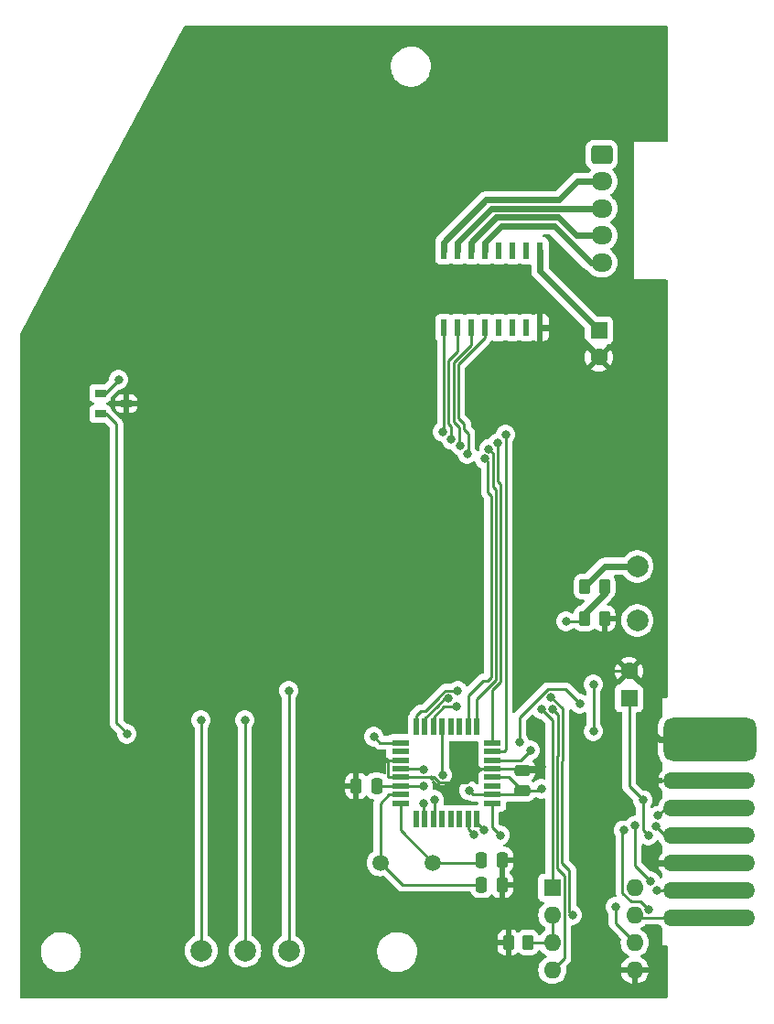
<source format=gbr>
%TF.GenerationSoftware,KiCad,Pcbnew,7.0.5*%
%TF.CreationDate,2024-09-11T17:05:46+02:00*%
%TF.ProjectId,ModuleController,4d6f6475-6c65-4436-9f6e-74726f6c6c65,rev?*%
%TF.SameCoordinates,Original*%
%TF.FileFunction,Copper,L1,Top*%
%TF.FilePolarity,Positive*%
%FSLAX46Y46*%
G04 Gerber Fmt 4.6, Leading zero omitted, Abs format (unit mm)*
G04 Created by KiCad (PCBNEW 7.0.5) date 2024-09-11 17:05:46*
%MOMM*%
%LPD*%
G01*
G04 APERTURE LIST*
G04 Aperture macros list*
%AMRoundRect*
0 Rectangle with rounded corners*
0 $1 Rounding radius*
0 $2 $3 $4 $5 $6 $7 $8 $9 X,Y pos of 4 corners*
0 Add a 4 corners polygon primitive as box body*
4,1,4,$2,$3,$4,$5,$6,$7,$8,$9,$2,$3,0*
0 Add four circle primitives for the rounded corners*
1,1,$1+$1,$2,$3*
1,1,$1+$1,$4,$5*
1,1,$1+$1,$6,$7*
1,1,$1+$1,$8,$9*
0 Add four rect primitives between the rounded corners*
20,1,$1+$1,$2,$3,$4,$5,0*
20,1,$1+$1,$4,$5,$6,$7,0*
20,1,$1+$1,$6,$7,$8,$9,0*
20,1,$1+$1,$8,$9,$2,$3,0*%
G04 Aperture macros list end*
%TA.AperFunction,SMDPad,CuDef*%
%ADD10RoundRect,0.250000X-0.262500X-0.450000X0.262500X-0.450000X0.262500X0.450000X-0.262500X0.450000X0*%
%TD*%
%TA.AperFunction,ComponentPad*%
%ADD11C,2.000000*%
%TD*%
%TA.AperFunction,SMDPad,CuDef*%
%ADD12RoundRect,0.250000X-0.250000X-0.475000X0.250000X-0.475000X0.250000X0.475000X-0.250000X0.475000X0*%
%TD*%
%TA.AperFunction,SMDPad,CuDef*%
%ADD13RoundRect,0.250000X0.262500X0.450000X-0.262500X0.450000X-0.262500X-0.450000X0.262500X-0.450000X0*%
%TD*%
%TA.AperFunction,SMDPad,CuDef*%
%ADD14R,1.600000X0.550000*%
%TD*%
%TA.AperFunction,SMDPad,CuDef*%
%ADD15R,0.550000X1.600000*%
%TD*%
%TA.AperFunction,SMDPad,CuDef*%
%ADD16R,1.000000X0.700000*%
%TD*%
%TA.AperFunction,SMDPad,CuDef*%
%ADD17C,2.000000*%
%TD*%
%TA.AperFunction,SMDPad,CuDef*%
%ADD18RoundRect,0.250000X-0.475000X0.250000X-0.475000X-0.250000X0.475000X-0.250000X0.475000X0.250000X0*%
%TD*%
%TA.AperFunction,ConnectorPad*%
%ADD19RoundRect,0.900000X3.384000X-1.132000X3.384000X1.132000X-3.384000X1.132000X-3.384000X-1.132000X0*%
%TD*%
%TA.AperFunction,ConnectorPad*%
%ADD20O,8.500000X1.524000*%
%TD*%
%TA.AperFunction,ComponentPad*%
%ADD21O,1.950000X1.700000*%
%TD*%
%TA.AperFunction,ComponentPad*%
%ADD22RoundRect,0.250000X-0.725000X0.600000X-0.725000X-0.600000X0.725000X-0.600000X0.725000X0.600000X0*%
%TD*%
%TA.AperFunction,ComponentPad*%
%ADD23C,1.600000*%
%TD*%
%TA.AperFunction,ComponentPad*%
%ADD24R,1.600000X1.600000*%
%TD*%
%TA.AperFunction,SMDPad,CuDef*%
%ADD25RoundRect,0.250000X0.250000X0.475000X-0.250000X0.475000X-0.250000X-0.475000X0.250000X-0.475000X0*%
%TD*%
%TA.AperFunction,ComponentPad*%
%ADD26C,1.500000*%
%TD*%
%TA.AperFunction,SMDPad,CuDef*%
%ADD27R,0.600000X1.500000*%
%TD*%
%TA.AperFunction,ComponentPad*%
%ADD28O,1.600000X1.600000*%
%TD*%
%TA.AperFunction,ViaPad*%
%ADD29C,0.800000*%
%TD*%
%TA.AperFunction,Conductor*%
%ADD30C,0.250000*%
%TD*%
%TA.AperFunction,Conductor*%
%ADD31C,0.600000*%
%TD*%
G04 APERTURE END LIST*
D10*
%TO.P,R3,1*%
%TO.N,Net-(U4-ADC7)*%
X138637000Y-91694000D03*
%TO.P,R3,2*%
%TO.N,GND*%
X140462000Y-91694000D03*
%TD*%
%TO.P,R2,1*%
%TO.N,+12V*%
X138637000Y-88744000D03*
%TO.P,R2,2*%
%TO.N,Net-(U4-ADC7)*%
X140462000Y-88744000D03*
%TD*%
D11*
%TO.P,F1,1*%
%TO.N,Net-(J6-Pin_15)*%
X143510000Y-91868000D03*
%TO.P,F1,2*%
%TO.N,+12V*%
X143510000Y-86868000D03*
%TD*%
D12*
%TO.P,C6,1*%
%TO.N,GND*%
X117480000Y-107188000D03*
%TO.P,C6,2*%
%TO.N,+5V*%
X119380000Y-107188000D03*
%TD*%
D13*
%TO.P,R1,1*%
%TO.N,/BUS_DIR*%
X133397000Y-121666000D03*
%TO.P,R1,2*%
%TO.N,GND*%
X131572000Y-121666000D03*
%TD*%
D14*
%TO.P,U4,1,PD3*%
%TO.N,/GATE_HOME*%
X121588000Y-103186000D03*
%TO.P,U4,2,PD4*%
%TO.N,unconnected-(U4-PD4-Pad2)*%
X121588000Y-103986000D03*
%TO.P,U4,3,GND*%
%TO.N,GND*%
X121588000Y-104786000D03*
%TO.P,U4,4,VCC*%
%TO.N,+5V*%
X121588000Y-105586000D03*
%TO.P,U4,5,GND*%
%TO.N,GND*%
X121588000Y-106386000D03*
%TO.P,U4,6,VCC*%
%TO.N,+5V*%
X121588000Y-107186000D03*
%TO.P,U4,7,PB6/XTAL1*%
%TO.N,Net-(U4-PB6{slash}XTAL1)*%
X121588000Y-107986000D03*
%TO.P,U4,8,PB7/XTAL2*%
%TO.N,Net-(U4-PB7{slash}XTAL2)*%
X121588000Y-108786000D03*
D15*
%TO.P,U4,9,PD5*%
%TO.N,unconnected-(U4-PD5-Pad9)*%
X123038000Y-110236000D03*
%TO.P,U4,10,PD6*%
%TO.N,/BUS_DETC_OUT*%
X123838000Y-110236000D03*
%TO.P,U4,11,PD7*%
%TO.N,/BUS_DETC_IN*%
X124638000Y-110236000D03*
%TO.P,U4,12,PB0*%
%TO.N,unconnected-(U4-PB0-Pad12)*%
X125438000Y-110236000D03*
%TO.P,U4,13,PB1*%
%TO.N,unconnected-(U4-PB1-Pad13)*%
X126238000Y-110236000D03*
%TO.P,U4,14,PB2*%
%TO.N,unconnected-(U4-PB2-Pad14)*%
X127038000Y-110236000D03*
%TO.P,U4,15,PB3*%
%TO.N,/PRG_MOSI*%
X127838000Y-110236000D03*
%TO.P,U4,16,PB4*%
%TO.N,/PRG_MISO*%
X128638000Y-110236000D03*
D14*
%TO.P,U4,17,PB5*%
%TO.N,/PRG_SCK*%
X130088000Y-108786000D03*
%TO.P,U4,18,AVCC*%
%TO.N,+5V*%
X130088000Y-107986000D03*
%TO.P,U4,19,ADC6*%
%TO.N,unconnected-(U4-ADC6-Pad19)*%
X130088000Y-107186000D03*
%TO.P,U4,20,AREF*%
%TO.N,+5V*%
X130088000Y-106386000D03*
%TO.P,U4,21,AGND*%
%TO.N,GND*%
X130088000Y-105586000D03*
%TO.P,U4,22,ADC7*%
%TO.N,Net-(U4-ADC7)*%
X130088000Y-104786000D03*
%TO.P,U4,23,PC0*%
%TO.N,/MOT_A*%
X130088000Y-103986000D03*
%TO.P,U4,24,PC1*%
%TO.N,/MOT_B*%
X130088000Y-103186000D03*
D15*
%TO.P,U4,25,PC2*%
%TO.N,/MOT_C*%
X128638000Y-101736000D03*
%TO.P,U4,26,PC3*%
%TO.N,/MOT_D*%
X127838000Y-101736000D03*
%TO.P,U4,27,PC4*%
%TO.N,unconnected-(U4-PC4-Pad27)*%
X127038000Y-101736000D03*
%TO.P,U4,28,PC5*%
%TO.N,unconnected-(U4-PC5-Pad28)*%
X126238000Y-101736000D03*
%TO.P,U4,29,PC6/~{RESET}*%
%TO.N,/BUS_RESET*%
X125438000Y-101736000D03*
%TO.P,U4,30,PD0*%
%TO.N,/BUS_RX*%
X124638000Y-101736000D03*
%TO.P,U4,31,PD1*%
%TO.N,/BUS_TX*%
X123838000Y-101736000D03*
%TO.P,U4,32,PD2*%
%TO.N,/BUS_DIR*%
X123038000Y-101736000D03*
%TD*%
D16*
%TO.P,U2,1,VCC*%
%TO.N,+5V*%
X93800000Y-70860000D03*
%TO.P,U2,2,VOUT*%
%TO.N,/GATE_HOME*%
X93800000Y-72760000D03*
%TO.P,U2,3,GND*%
%TO.N,GND*%
X96200000Y-71810000D03*
%TD*%
D17*
%TO.P,TP9,1,1*%
%TO.N,/BUS_DIR*%
X111252000Y-122428000D03*
%TD*%
%TO.P,TP8,1,1*%
%TO.N,/BUS_RX*%
X107202000Y-122428000D03*
%TD*%
%TO.P,TP7,1,1*%
%TO.N,/BUS_TX*%
X103152000Y-122428000D03*
%TD*%
D18*
%TO.P,C5,1*%
%TO.N,GND*%
X132842000Y-105730000D03*
%TO.P,C5,2*%
%TO.N,+5V*%
X132842000Y-107630000D03*
%TD*%
D19*
%TO.P,J6,7,Pin_7*%
%TO.N,GND*%
X150209000Y-102870000D03*
D20*
%TO.P,J6,6,Pin_6*%
X150175000Y-106680000D03*
%TO.P,J6,5,Pin_5*%
%TO.N,/BUS_DETC_IN*%
X150175000Y-109220000D03*
%TO.P,J6,4,Pin_4*%
%TO.N,/BUS_DETC_OUT*%
X150175000Y-111760000D03*
%TO.P,J6,3,Pin_3*%
%TO.N,GND*%
X150175000Y-114300000D03*
%TO.P,J6,2,Pin_2*%
%TO.N,/BUS_LOW*%
X150175000Y-116840000D03*
%TO.P,J6,1,Pin_1*%
%TO.N,/BUS_HIGH*%
X150175000Y-119380000D03*
%TD*%
D21*
%TO.P,J1,5,Pin_5*%
%TO.N,Net-(J1-Pin_5)*%
X140208000Y-58768000D03*
%TO.P,J1,4,Pin_4*%
%TO.N,Net-(J1-Pin_4)*%
X140208000Y-56268000D03*
%TO.P,J1,3,Pin_3*%
%TO.N,Net-(J1-Pin_3)*%
X140208000Y-53768000D03*
%TO.P,J1,2,Pin_2*%
%TO.N,Net-(J1-Pin_2)*%
X140208000Y-51268000D03*
D22*
%TO.P,J1,1,Pin_1*%
%TO.N,+12V*%
X140208000Y-48768000D03*
%TD*%
D23*
%TO.P,C2,2*%
%TO.N,GND*%
X142748000Y-96560000D03*
D24*
%TO.P,C2,1*%
%TO.N,+5V*%
X142748000Y-99060000D03*
%TD*%
D25*
%TO.P,C3,2*%
%TO.N,Net-(U4-PB6{slash}XTAL1)*%
X129098000Y-116332000D03*
%TO.P,C3,1*%
%TO.N,GND*%
X130998000Y-116332000D03*
%TD*%
D26*
%TO.P,Y1,2,2*%
%TO.N,Net-(U4-PB7{slash}XTAL2)*%
X124604000Y-114300000D03*
%TO.P,Y1,1,1*%
%TO.N,Net-(U4-PB6{slash}XTAL1)*%
X119724000Y-114300000D03*
%TD*%
D23*
%TO.P,C1,2*%
%TO.N,GND*%
X139954000Y-67524000D03*
D24*
%TO.P,C1,1*%
%TO.N,+12V*%
X139954000Y-65024000D03*
%TD*%
D25*
%TO.P,C4,2*%
%TO.N,Net-(U4-PB7{slash}XTAL2)*%
X129098000Y-114046000D03*
%TO.P,C4,1*%
%TO.N,GND*%
X130998000Y-114046000D03*
%TD*%
D27*
%TO.P,U1,16,O1*%
%TO.N,Net-(J1-Pin_2)*%
X125603000Y-57664000D03*
%TO.P,U1,15,O2*%
%TO.N,Net-(J1-Pin_3)*%
X126873000Y-57664000D03*
%TO.P,U1,14,O3*%
%TO.N,Net-(J1-Pin_4)*%
X128143000Y-57664000D03*
%TO.P,U1,13,O4*%
%TO.N,Net-(J1-Pin_5)*%
X129413000Y-57664000D03*
%TO.P,U1,12,O5*%
%TO.N,unconnected-(U1-O5-Pad12)*%
X130683000Y-57664000D03*
%TO.P,U1,11,O6*%
%TO.N,unconnected-(U1-O6-Pad11)*%
X131953000Y-57664000D03*
%TO.P,U1,10,O7*%
%TO.N,unconnected-(U1-O7-Pad10)*%
X133223000Y-57664000D03*
%TO.P,U1,9,COM*%
%TO.N,+12V*%
X134493000Y-57664000D03*
%TO.P,U1,8,GND*%
%TO.N,GND*%
X134493000Y-64764000D03*
%TO.P,U1,7,I7*%
%TO.N,unconnected-(U1-I7-Pad7)*%
X133223000Y-64764000D03*
%TO.P,U1,6,I6*%
%TO.N,unconnected-(U1-I6-Pad6)*%
X131953000Y-64764000D03*
%TO.P,U1,5,I5*%
%TO.N,unconnected-(U1-I5-Pad5)*%
X130683000Y-64764000D03*
%TO.P,U1,4,I4*%
%TO.N,/MOT_D*%
X129413000Y-64764000D03*
%TO.P,U1,3,I3*%
%TO.N,/MOT_C*%
X128143000Y-64764000D03*
%TO.P,U1,2,I2*%
%TO.N,/MOT_B*%
X126873000Y-64764000D03*
%TO.P,U1,1,I1*%
%TO.N,/MOT_A*%
X125603000Y-64764000D03*
%TD*%
D28*
%TO.P,U3,8,VCC*%
%TO.N,+5V*%
X143266000Y-116596000D03*
%TO.P,U3,7,B*%
%TO.N,/BUS_HIGH*%
X143266000Y-119136000D03*
%TO.P,U3,6,A*%
%TO.N,/BUS_LOW*%
X143266000Y-121676000D03*
%TO.P,U3,5,GND*%
%TO.N,GND*%
X143266000Y-124216000D03*
%TO.P,U3,4,D*%
%TO.N,/BUS_TX*%
X135646000Y-124216000D03*
%TO.P,U3,3,DE*%
%TO.N,/BUS_DIR*%
X135646000Y-121676000D03*
%TO.P,U3,2,~{RE}*%
X135646000Y-119136000D03*
D24*
%TO.P,U3,1,R*%
%TO.N,/BUS_RX*%
X135646000Y-116596000D03*
%TD*%
D29*
%TO.N,Net-(U4-ADC7)*%
X139446000Y-97790000D03*
X139446000Y-102108000D03*
X136906000Y-91948000D03*
X133604000Y-103886000D03*
%TO.N,GND*%
X140716000Y-114046000D03*
X144526000Y-114046000D03*
%TO.N,+5V*%
X132588000Y-103124000D03*
X138176000Y-99568000D03*
%TO.N,GND*%
X127254000Y-96520000D03*
X133096000Y-96520000D03*
%TO.N,/BUS_DIR*%
X111252000Y-98373000D03*
%TO.N,/BUS_TX*%
X103124000Y-101092000D03*
%TO.N,/BUS_RX*%
X107188000Y-101092000D03*
%TO.N,GND*%
X134620000Y-105410000D03*
X137922000Y-105410000D03*
X144018000Y-106680000D03*
X140970000Y-106680000D03*
%TO.N,/PRG_SCK*%
X130810000Y-111744500D03*
%TO.N,/PRG_MOSI*%
X144560387Y-118603863D03*
X142240000Y-111294500D03*
X128393193Y-111701335D03*
%TO.N,/PRG_MISO*%
X144733576Y-116008364D03*
X143293500Y-110844500D03*
X129286000Y-111252000D03*
%TO.N,+5V*%
X123698000Y-107188000D03*
X127922596Y-107594598D03*
X123698000Y-105661500D03*
X144526000Y-111760000D03*
X144018000Y-108495500D03*
X134620000Y-107442000D03*
%TO.N,/GATE_HOME*%
X96266000Y-102362000D03*
X119126000Y-102616000D03*
%TO.N,/BUS_DIR*%
X137495500Y-119126000D03*
X135538542Y-98945344D03*
X126879631Y-98373000D03*
%TO.N,/BUS_TX*%
X135632051Y-100063452D03*
X126039245Y-99097500D03*
%TO.N,/BUS_RX*%
X126746000Y-99822000D03*
X134620000Y-100076000D03*
%TO.N,/BUS_LOW*%
X141478000Y-118364000D03*
X145288000Y-116840000D03*
%TO.N,/BUS_DETC_OUT*%
X123765788Y-108774070D03*
X145252861Y-110925850D03*
%TO.N,/BUS_DETC_IN*%
X124714000Y-108458000D03*
X145442487Y-109944500D03*
%TO.N,/BUS_RESET*%
X125476000Y-106172000D03*
%TO.N,+5V*%
X95504000Y-69596000D03*
%TO.N,/MOT_D*%
X129370689Y-76925842D03*
X127775979Y-76470944D03*
%TO.N,/MOT_C*%
X127139922Y-75699947D03*
X129775127Y-76011821D03*
%TO.N,/MOT_B*%
X126307636Y-75146500D03*
X130593500Y-75438000D03*
%TO.N,/MOT_A*%
X125476000Y-74422000D03*
X131318000Y-74676000D03*
%TD*%
D30*
%TO.N,Net-(U4-ADC7)*%
X138383000Y-91948000D02*
X138637000Y-91694000D01*
X136906000Y-91948000D02*
X138383000Y-91948000D01*
X139446000Y-102108000D02*
X139446000Y-97790000D01*
X130088000Y-104786000D02*
X132704000Y-104786000D01*
X132704000Y-104786000D02*
X133604000Y-103886000D01*
D31*
X138637000Y-91233000D02*
X140462000Y-89408000D01*
X140462000Y-89408000D02*
X140462000Y-88744000D01*
X138637000Y-91694000D02*
X138637000Y-91233000D01*
%TO.N,+12V*%
X140513000Y-86868000D02*
X143510000Y-86868000D01*
X138637000Y-88744000D02*
X140513000Y-86868000D01*
D30*
%TO.N,+5V*%
X119382000Y-107186000D02*
X119380000Y-107188000D01*
X121588000Y-107186000D02*
X119382000Y-107186000D01*
%TO.N,/BUS_DIR*%
X135646000Y-121676000D02*
X133407000Y-121676000D01*
X133407000Y-121676000D02*
X133397000Y-121666000D01*
D31*
%TO.N,GND*%
X144780000Y-114300000D02*
X144526000Y-114046000D01*
X150175000Y-114300000D02*
X144780000Y-114300000D01*
D30*
%TO.N,+5V*%
X132588000Y-100870581D02*
X132588000Y-103124000D01*
X136828344Y-98220344D02*
X135238237Y-98220344D01*
X138176000Y-99568000D02*
X136828344Y-98220344D01*
X135238237Y-98220344D02*
X132588000Y-100870581D01*
D31*
%TO.N,GND*%
X144526000Y-101854000D02*
X144526000Y-98338000D01*
X145542000Y-102870000D02*
X144526000Y-101854000D01*
X150209000Y-102870000D02*
X145542000Y-102870000D01*
X144526000Y-98338000D02*
X142748000Y-96560000D01*
D30*
X118364000Y-104902000D02*
X120463000Y-104902000D01*
X117348000Y-103886000D02*
X118364000Y-104902000D01*
X117348000Y-100330000D02*
X117348000Y-103886000D01*
X118364000Y-99314000D02*
X117348000Y-100330000D01*
X121402695Y-99314000D02*
X118364000Y-99314000D01*
X124196695Y-96520000D02*
X121402695Y-99314000D01*
X127254000Y-96520000D02*
X124196695Y-96520000D01*
X120463000Y-104861000D02*
X120463000Y-104902000D01*
X133136000Y-96560000D02*
X133096000Y-96520000D01*
X120463000Y-104902000D02*
X120463000Y-106311000D01*
X142748000Y-96560000D02*
X133136000Y-96560000D01*
%TO.N,/BUS_DIR*%
X137221000Y-114975000D02*
X137221000Y-118851500D01*
X136546000Y-104902000D02*
X136546000Y-114300000D01*
X136594000Y-104854000D02*
X136546000Y-104902000D01*
X136546000Y-114300000D02*
X137221000Y-114975000D01*
X135539248Y-98945344D02*
X136594000Y-100000096D01*
X135538542Y-98945344D02*
X135539248Y-98945344D01*
X136594000Y-100000096D02*
X136594000Y-104854000D01*
X137221000Y-118851500D02*
X137495500Y-119126000D01*
X111252000Y-98373000D02*
X111252000Y-122428000D01*
%TO.N,/BUS_TX*%
X103124000Y-101092000D02*
X103152000Y-101120000D01*
X103152000Y-101120000D02*
X103152000Y-122428000D01*
%TO.N,/BUS_RX*%
X107202000Y-101106000D02*
X107202000Y-122428000D01*
X107188000Y-101092000D02*
X107202000Y-101106000D01*
%TO.N,GND*%
X134620000Y-105410000D02*
X133162000Y-105410000D01*
X139192000Y-106680000D02*
X137922000Y-105410000D01*
X133162000Y-105410000D02*
X132842000Y-105730000D01*
X144780000Y-106680000D02*
X144018000Y-106680000D01*
X140970000Y-106680000D02*
X139192000Y-106680000D01*
X150175000Y-106680000D02*
X144780000Y-106680000D01*
%TO.N,/PRG_SCK*%
X130088000Y-111022500D02*
X130088000Y-108786000D01*
X130810000Y-111744500D02*
X130088000Y-111022500D01*
%TO.N,/PRG_MOSI*%
X143812524Y-117856000D02*
X144560387Y-118603863D01*
X142935009Y-117856000D02*
X143812524Y-117856000D01*
X142141000Y-111393500D02*
X142141000Y-117061991D01*
X142141000Y-117061991D02*
X142935009Y-117856000D01*
X142240000Y-111294500D02*
X142141000Y-111393500D01*
X127838000Y-111146142D02*
X128393193Y-111701335D01*
X127838000Y-110236000D02*
X127838000Y-111146142D01*
%TO.N,/PRG_MISO*%
X143293500Y-114568288D02*
X144733576Y-116008364D01*
X143293500Y-110844500D02*
X143293500Y-114568288D01*
X128638000Y-110604000D02*
X129286000Y-111252000D01*
X128638000Y-110236000D02*
X128638000Y-110604000D01*
%TO.N,GND*%
X120463000Y-106311000D02*
X120538000Y-106386000D01*
X120538000Y-106386000D02*
X121588000Y-106386000D01*
X120538000Y-104786000D02*
X120463000Y-104861000D01*
X121588000Y-104786000D02*
X120538000Y-104786000D01*
%TO.N,+5V*%
X123698000Y-107188000D02*
X121590000Y-107188000D01*
X121590000Y-107188000D02*
X121588000Y-107186000D01*
X128313998Y-107986000D02*
X130088000Y-107986000D01*
X127922596Y-107594598D02*
X128313998Y-107986000D01*
X123622500Y-105586000D02*
X123698000Y-105661500D01*
X121588000Y-105586000D02*
X123622500Y-105586000D01*
%TO.N,GND*%
X127727000Y-106897000D02*
X129038000Y-105586000D01*
X124664695Y-106386000D02*
X125175695Y-106897000D01*
X121588000Y-106386000D02*
X124664695Y-106386000D01*
X125175695Y-106897000D02*
X127727000Y-106897000D01*
X129038000Y-105586000D02*
X130088000Y-105586000D01*
%TO.N,+5V*%
X142748000Y-107225500D02*
X144018000Y-108495500D01*
X142748000Y-99060000D02*
X142748000Y-107225500D01*
X144018000Y-108495500D02*
X144018000Y-111252000D01*
X144018000Y-111252000D02*
X144526000Y-111760000D01*
X132842000Y-107630000D02*
X134432000Y-107630000D01*
X134432000Y-107630000D02*
X134620000Y-107442000D01*
%TO.N,/GATE_HOME*%
X96266000Y-102312000D02*
X95300000Y-101346000D01*
X96266000Y-102362000D02*
X96266000Y-102312000D01*
X95300000Y-98806000D02*
X95300000Y-101346000D01*
X121588000Y-103186000D02*
X119696000Y-103186000D01*
X119696000Y-103186000D02*
X119126000Y-102616000D01*
%TO.N,/BUS_DIR*%
X135646000Y-119136000D02*
X135646000Y-121676000D01*
X125738440Y-98373000D02*
X126879631Y-98373000D01*
X125169104Y-98942336D02*
X125738440Y-98373000D01*
X125169104Y-99007104D02*
X125169104Y-98942336D01*
X125116208Y-99060000D02*
X125169104Y-99007104D01*
X124661104Y-99515104D02*
X125116208Y-99060000D01*
X123899104Y-100277104D02*
X124661104Y-99515104D01*
X123446896Y-100277104D02*
X123899104Y-100277104D01*
X123038000Y-100686000D02*
X123446896Y-100277104D01*
X123038000Y-101736000D02*
X123038000Y-100686000D01*
%TO.N,/BUS_TX*%
X136096000Y-114808000D02*
X136771000Y-115483000D01*
X136096000Y-104442000D02*
X136096000Y-114808000D01*
X136144000Y-104394000D02*
X136096000Y-104442000D01*
X136771000Y-123091000D02*
X135646000Y-124216000D01*
X136144000Y-100575401D02*
X136144000Y-104394000D01*
X135632051Y-100063452D02*
X136144000Y-100575401D01*
X136771000Y-115483000D02*
X136771000Y-123091000D01*
X123838000Y-100974604D02*
X124979302Y-99833302D01*
X125715104Y-99097500D02*
X126039245Y-99097500D01*
X123838000Y-101736000D02*
X123838000Y-100974604D01*
X124979302Y-99833302D02*
X125715104Y-99097500D01*
%TO.N,/BUS_RX*%
X135646000Y-101102000D02*
X135646000Y-116596000D01*
X134620000Y-100076000D02*
X135646000Y-101102000D01*
X125627000Y-99822000D02*
X126746000Y-99822000D01*
X124638000Y-100811000D02*
X125627000Y-99822000D01*
X124638000Y-101736000D02*
X124638000Y-100811000D01*
%TO.N,/BUS_HIGH*%
X143510000Y-119380000D02*
X143266000Y-119136000D01*
X150175000Y-119380000D02*
X143510000Y-119380000D01*
%TO.N,/BUS_LOW*%
X141478000Y-119888000D02*
X143266000Y-121676000D01*
X141478000Y-118364000D02*
X141478000Y-119888000D01*
X150175000Y-116840000D02*
X145288000Y-116840000D01*
%TO.N,/BUS_DETC_OUT*%
X123765788Y-110163788D02*
X123838000Y-110236000D01*
X123765788Y-108774070D02*
X123765788Y-110163788D01*
X146087011Y-111760000D02*
X145252861Y-110925850D01*
X150175000Y-111760000D02*
X146087011Y-111760000D01*
%TO.N,/BUS_DETC_IN*%
X124714000Y-110160000D02*
X124638000Y-110236000D01*
X124714000Y-108458000D02*
X124714000Y-110160000D01*
X146166987Y-109220000D02*
X145442487Y-109944500D01*
X150175000Y-109220000D02*
X146166987Y-109220000D01*
%TO.N,/BUS_RESET*%
X125476000Y-106172000D02*
X125438000Y-106134000D01*
X125438000Y-106134000D02*
X125438000Y-101736000D01*
%TO.N,GND*%
X132698000Y-105586000D02*
X130088000Y-105586000D01*
X132842000Y-105730000D02*
X132698000Y-105586000D01*
%TO.N,+5V*%
X132486000Y-107986000D02*
X132842000Y-107630000D01*
X130088000Y-107986000D02*
X132486000Y-107986000D01*
X131598000Y-106386000D02*
X132842000Y-107630000D01*
X130088000Y-106386000D02*
X131598000Y-106386000D01*
%TO.N,Net-(U4-PB6{slash}XTAL1)*%
X121756000Y-116332000D02*
X119724000Y-114300000D01*
X129098000Y-116332000D02*
X121756000Y-116332000D01*
%TO.N,Net-(U4-PB7{slash}XTAL2)*%
X128844000Y-114300000D02*
X124604000Y-114300000D01*
X129098000Y-114046000D02*
X128844000Y-114300000D01*
X121588000Y-111284000D02*
X124604000Y-114300000D01*
X121588000Y-108786000D02*
X121588000Y-111284000D01*
%TO.N,Net-(U4-PB6{slash}XTAL1)*%
X119724000Y-108800000D02*
X119724000Y-114300000D01*
X120538000Y-107986000D02*
X119724000Y-108800000D01*
X121588000Y-107986000D02*
X120538000Y-107986000D01*
%TO.N,/MOT_A*%
X131318000Y-103806000D02*
X131318000Y-74676000D01*
X131138000Y-103986000D02*
X131318000Y-103806000D01*
X130088000Y-103986000D02*
X131138000Y-103986000D01*
%TO.N,/MOT_B*%
X130868000Y-79248000D02*
X130593500Y-78973500D01*
X130868000Y-97536000D02*
X130868000Y-79248000D01*
X130593500Y-78973500D02*
X130593500Y-75438000D01*
X130088000Y-98316000D02*
X130868000Y-97536000D01*
X130088000Y-103186000D02*
X130088000Y-98316000D01*
%TO.N,/MOT_C*%
X130143500Y-79481500D02*
X130143500Y-76380194D01*
X130143500Y-76380194D02*
X129775127Y-76011821D01*
X128638000Y-99129604D02*
X130418000Y-97349604D01*
X130418000Y-97349604D02*
X130418000Y-79756000D01*
X128638000Y-101736000D02*
X128638000Y-99129604D01*
X130418000Y-79756000D02*
X130143500Y-79481500D01*
%TO.N,/MOT_D*%
X127838000Y-98811248D02*
X127929624Y-98719624D01*
X127838000Y-101736000D02*
X127838000Y-98811248D01*
X129212645Y-97436604D02*
X127929624Y-98719624D01*
%TO.N,+5V*%
X94240000Y-70860000D02*
X95504000Y-69596000D01*
X93800000Y-70860000D02*
X94240000Y-70860000D01*
%TO.N,/MOT_D*%
X129694604Y-97436604D02*
X129212645Y-97436604D01*
X129968000Y-97163208D02*
X129694604Y-97436604D01*
X129968000Y-80334396D02*
X129968000Y-97163208D01*
X129693500Y-80059896D02*
X129968000Y-80334396D01*
X129693500Y-77248653D02*
X129693500Y-80059896D01*
X129370689Y-76925842D02*
X129693500Y-77248653D01*
X127864922Y-76382001D02*
X127775979Y-76470944D01*
X127864922Y-74571922D02*
X127864922Y-76382001D01*
X127482636Y-73681636D02*
X127482636Y-74189636D01*
X127482636Y-74189636D02*
X127864922Y-74571922D01*
X126953000Y-73152000D02*
X127482636Y-73681636D01*
X128329396Y-66814396D02*
X126953000Y-68190792D01*
X129413000Y-65730792D02*
X128329396Y-66814396D01*
X126953000Y-70612000D02*
X126953000Y-73152000D01*
X129413000Y-64764000D02*
X129413000Y-65730792D01*
X126953000Y-68190792D02*
X126953000Y-70612000D01*
%TO.N,/MOT_C*%
X128143000Y-66364396D02*
X128143000Y-64764000D01*
X126503000Y-68004396D02*
X128143000Y-66364396D01*
X126503000Y-73473604D02*
X126503000Y-68004396D01*
X127032636Y-75807233D02*
X127032636Y-74003240D01*
X127139922Y-75699947D02*
X127032636Y-75807233D01*
X127032636Y-74003240D02*
X126503000Y-73473604D01*
%TO.N,/MOT_B*%
X126053000Y-67818000D02*
X126873000Y-66998000D01*
X126053000Y-73660000D02*
X126053000Y-67818000D01*
X126307636Y-75146500D02*
X126307636Y-73914636D01*
X126307636Y-73914636D02*
X126053000Y-73660000D01*
X126873000Y-66998000D02*
X126873000Y-64764000D01*
%TO.N,/MOT_A*%
X125603000Y-74295000D02*
X125603000Y-64764000D01*
X125476000Y-74422000D02*
X125603000Y-74295000D01*
D31*
%TO.N,GND*%
X137194000Y-64764000D02*
X139954000Y-67524000D01*
X134493000Y-64764000D02*
X137194000Y-64764000D01*
%TO.N,Net-(J1-Pin_2)*%
X137922000Y-51268000D02*
X140208000Y-51268000D01*
X136222000Y-52968000D02*
X137922000Y-51268000D01*
X125603000Y-56884000D02*
X129519000Y-52968000D01*
X129519000Y-52968000D02*
X136222000Y-52968000D01*
X125603000Y-57664000D02*
X125603000Y-56884000D01*
%TO.N,Net-(J1-Pin_5)*%
X139212630Y-58768000D02*
X140208000Y-58768000D01*
X135812630Y-55368000D02*
X139212630Y-58768000D01*
X130929000Y-55368000D02*
X135812630Y-55368000D01*
X129413000Y-56884000D02*
X130929000Y-55368000D01*
X129413000Y-57664000D02*
X129413000Y-56884000D01*
%TO.N,Net-(J1-Pin_4)*%
X137844000Y-56268000D02*
X140208000Y-56268000D01*
X136144000Y-54568000D02*
X137844000Y-56268000D01*
X130459000Y-54568000D02*
X136144000Y-54568000D01*
X128143000Y-56884000D02*
X130459000Y-54568000D01*
X128143000Y-57664000D02*
X128143000Y-56884000D01*
%TO.N,Net-(J1-Pin_3)*%
X129989000Y-53768000D02*
X140208000Y-53768000D01*
X126873000Y-56884000D02*
X129989000Y-53768000D01*
X126873000Y-57664000D02*
X126873000Y-56884000D01*
%TO.N,+12V*%
X134493000Y-59563000D02*
X139954000Y-65024000D01*
X134493000Y-57664000D02*
X134493000Y-59563000D01*
D30*
%TO.N,/GATE_HOME*%
X95300000Y-74168000D02*
X95300000Y-98806000D01*
X95300000Y-73710000D02*
X95300000Y-74168000D01*
X94350000Y-72760000D02*
X95300000Y-73710000D01*
X93800000Y-72760000D02*
X94350000Y-72760000D01*
%TD*%
%TA.AperFunction,Conductor*%
%TO.N,GND*%
G36*
X126655514Y-103030089D02*
G01*
X126655517Y-103030091D01*
X126715127Y-103036500D01*
X127360872Y-103036499D01*
X127420483Y-103030091D01*
X127420486Y-103030089D01*
X127424744Y-103029632D01*
X127451254Y-103029632D01*
X127455514Y-103030089D01*
X127455517Y-103030091D01*
X127515127Y-103036500D01*
X128160872Y-103036499D01*
X128220483Y-103030091D01*
X128220486Y-103030089D01*
X128224744Y-103029632D01*
X128251254Y-103029632D01*
X128255514Y-103030089D01*
X128255517Y-103030091D01*
X128315127Y-103036500D01*
X128663500Y-103036499D01*
X128730539Y-103056183D01*
X128776294Y-103108987D01*
X128787500Y-103160499D01*
X128787500Y-103508869D01*
X128787501Y-103508879D01*
X128794367Y-103572751D01*
X128794367Y-103599257D01*
X128793909Y-103603516D01*
X128793909Y-103603517D01*
X128787500Y-103663127D01*
X128787500Y-103663129D01*
X128787500Y-103663133D01*
X128787500Y-104308870D01*
X128787501Y-104308879D01*
X128794367Y-104372751D01*
X128794367Y-104399257D01*
X128793909Y-104403516D01*
X128793909Y-104403517D01*
X128787500Y-104463127D01*
X128787500Y-104463132D01*
X128787500Y-104463133D01*
X128787500Y-105108870D01*
X128787501Y-105108876D01*
X128794619Y-105175092D01*
X128794619Y-105201599D01*
X128788000Y-105263169D01*
X128788000Y-105336000D01*
X128806591Y-105336000D01*
X128873630Y-105355685D01*
X128905855Y-105385686D01*
X128930454Y-105418546D01*
X128930455Y-105418546D01*
X128930456Y-105418548D01*
X129021540Y-105486734D01*
X129063411Y-105542668D01*
X129068395Y-105612359D01*
X129034909Y-105673682D01*
X129021540Y-105685266D01*
X128930456Y-105753451D01*
X128930453Y-105753454D01*
X128930454Y-105753454D01*
X128905856Y-105786312D01*
X128849924Y-105828182D01*
X128806591Y-105836000D01*
X128788000Y-105836000D01*
X128788000Y-105908844D01*
X128794619Y-105970398D01*
X128794620Y-105996909D01*
X128793909Y-106003514D01*
X128793909Y-106003517D01*
X128787500Y-106063127D01*
X128787500Y-106063134D01*
X128787500Y-106063135D01*
X128787500Y-106708870D01*
X128787501Y-106708879D01*
X128794367Y-106772751D01*
X128794367Y-106799257D01*
X128793909Y-106803516D01*
X128793909Y-106803517D01*
X128787500Y-106863127D01*
X128787500Y-106863131D01*
X128787500Y-106863132D01*
X128787500Y-106886364D01*
X128767815Y-106953403D01*
X128715011Y-106999158D01*
X128645853Y-107009102D01*
X128582297Y-106980077D01*
X128571355Y-106969342D01*
X128528467Y-106921710D01*
X128519295Y-106915046D01*
X128375330Y-106810449D01*
X128375325Y-106810446D01*
X128202403Y-106733455D01*
X128202398Y-106733453D01*
X128044637Y-106699921D01*
X128017242Y-106694098D01*
X127827950Y-106694098D01*
X127800555Y-106699921D01*
X127642793Y-106733453D01*
X127642788Y-106733455D01*
X127469866Y-106810446D01*
X127469861Y-106810449D01*
X127316725Y-106921709D01*
X127190062Y-107062383D01*
X127095417Y-107226313D01*
X127095414Y-107226320D01*
X127044736Y-107382292D01*
X127036922Y-107406342D01*
X127017136Y-107594598D01*
X127036922Y-107782854D01*
X127036923Y-107782857D01*
X127095414Y-107962875D01*
X127095417Y-107962882D01*
X127190063Y-108126814D01*
X127293646Y-108241854D01*
X127316725Y-108267486D01*
X127469861Y-108378746D01*
X127469866Y-108378749D01*
X127642788Y-108455740D01*
X127642793Y-108455742D01*
X127827950Y-108495098D01*
X127907323Y-108495098D01*
X127974362Y-108514783D01*
X127983319Y-108521115D01*
X127993062Y-108528673D01*
X128012735Y-108537186D01*
X128035831Y-108547182D01*
X128041075Y-108549750D01*
X128081906Y-108572197D01*
X128094521Y-108575435D01*
X128101303Y-108577177D01*
X128119717Y-108583481D01*
X128138102Y-108591438D01*
X128184155Y-108598732D01*
X128189824Y-108599906D01*
X128234979Y-108611500D01*
X128255014Y-108611500D01*
X128274411Y-108613026D01*
X128294194Y-108616160D01*
X128340581Y-108611775D01*
X128346420Y-108611500D01*
X128663500Y-108611500D01*
X128730539Y-108631185D01*
X128776294Y-108683989D01*
X128787500Y-108735502D01*
X128787499Y-108811502D01*
X128767814Y-108878541D01*
X128715009Y-108924295D01*
X128663499Y-108935500D01*
X128315130Y-108935500D01*
X128315120Y-108935501D01*
X128251248Y-108942367D01*
X128224742Y-108942367D01*
X128220483Y-108941909D01*
X128160873Y-108935500D01*
X128160864Y-108935500D01*
X127515129Y-108935500D01*
X127515120Y-108935501D01*
X127451248Y-108942367D01*
X127424742Y-108942367D01*
X127420483Y-108941909D01*
X127360873Y-108935500D01*
X127360864Y-108935500D01*
X126715129Y-108935500D01*
X126715120Y-108935501D01*
X126651248Y-108942367D01*
X126624742Y-108942367D01*
X126620483Y-108941909D01*
X126560873Y-108935500D01*
X126560864Y-108935500D01*
X125915129Y-108935500D01*
X125915120Y-108935501D01*
X125851248Y-108942367D01*
X125824742Y-108942367D01*
X125820483Y-108941909D01*
X125760873Y-108935500D01*
X125760867Y-108935500D01*
X125676364Y-108935500D01*
X125609325Y-108915815D01*
X125563570Y-108863011D01*
X125553626Y-108793853D01*
X125558433Y-108773182D01*
X125570676Y-108735502D01*
X125599674Y-108646256D01*
X125619460Y-108458000D01*
X125599674Y-108269744D01*
X125541179Y-108089716D01*
X125446533Y-107925784D01*
X125319871Y-107785112D01*
X125319870Y-107785111D01*
X125166734Y-107673851D01*
X125166729Y-107673848D01*
X124993807Y-107596857D01*
X124993802Y-107596855D01*
X124848000Y-107565865D01*
X124808646Y-107557500D01*
X124695456Y-107557500D01*
X124628417Y-107537815D01*
X124582662Y-107485011D01*
X124572718Y-107415853D01*
X124577524Y-107395184D01*
X124581713Y-107382291D01*
X124583674Y-107376256D01*
X124603460Y-107188000D01*
X124583674Y-106999744D01*
X124525179Y-106819716D01*
X124523171Y-106813535D01*
X124525352Y-106812826D01*
X124517465Y-106753992D01*
X124539828Y-106706231D01*
X124497881Y-106705824D01*
X124439473Y-106667481D01*
X124433651Y-106660076D01*
X124430532Y-106655783D01*
X124299522Y-106510282D01*
X124300976Y-106508972D01*
X124269212Y-106457431D01*
X124270532Y-106387574D01*
X124300843Y-106340407D01*
X124299522Y-106339218D01*
X124308554Y-106329187D01*
X124371591Y-106259177D01*
X124431076Y-106222529D01*
X124500933Y-106223859D01*
X124558982Y-106262746D01*
X124586792Y-106326843D01*
X124587056Y-106329145D01*
X124590326Y-106360256D01*
X124590327Y-106360259D01*
X124650829Y-106546465D01*
X124648650Y-106547172D01*
X124656531Y-106606030D01*
X124634166Y-106653768D01*
X124676095Y-106654168D01*
X124734511Y-106692500D01*
X124740347Y-106699921D01*
X124743464Y-106704212D01*
X124743467Y-106704216D01*
X124829043Y-106799257D01*
X124870129Y-106844888D01*
X125023265Y-106956148D01*
X125023270Y-106956151D01*
X125196192Y-107033142D01*
X125196197Y-107033144D01*
X125381354Y-107072500D01*
X125381355Y-107072500D01*
X125570644Y-107072500D01*
X125570646Y-107072500D01*
X125755803Y-107033144D01*
X125928730Y-106956151D01*
X126081871Y-106844888D01*
X126208533Y-106704216D01*
X126303179Y-106540284D01*
X126361674Y-106360256D01*
X126381460Y-106172000D01*
X126361674Y-105983744D01*
X126303179Y-105803716D01*
X126208533Y-105639784D01*
X126095348Y-105514080D01*
X126065119Y-105451090D01*
X126063499Y-105431121D01*
X126063499Y-103160498D01*
X126083184Y-103093460D01*
X126135988Y-103047705D01*
X126187499Y-103036499D01*
X126560871Y-103036499D01*
X126560872Y-103036499D01*
X126620483Y-103030091D01*
X126620486Y-103030089D01*
X126624744Y-103029632D01*
X126651254Y-103029632D01*
X126655514Y-103030089D01*
G37*
%TD.AperFunction*%
%TA.AperFunction,Conductor*%
G36*
X133853824Y-100591858D02*
G01*
X133902640Y-100625067D01*
X133964411Y-100693671D01*
X134014129Y-100748888D01*
X134167265Y-100860148D01*
X134167270Y-100860151D01*
X134340192Y-100937142D01*
X134340197Y-100937144D01*
X134525354Y-100976500D01*
X134584548Y-100976500D01*
X134651587Y-100996185D01*
X134672229Y-101012819D01*
X134984182Y-101324772D01*
X135017666Y-101386093D01*
X135020500Y-101412451D01*
X135020500Y-106453384D01*
X135000815Y-106520423D01*
X134948011Y-106566178D01*
X134878853Y-106576122D01*
X134870719Y-106574674D01*
X134813444Y-106562500D01*
X134714646Y-106541500D01*
X134525354Y-106541500D01*
X134498669Y-106547172D01*
X134340197Y-106580855D01*
X134340192Y-106580857D01*
X134167270Y-106657848D01*
X134167265Y-106657851D01*
X134014135Y-106769106D01*
X134014131Y-106769109D01*
X133984699Y-106801796D01*
X133925211Y-106838443D01*
X133855354Y-106837110D01*
X133804870Y-106806502D01*
X133785657Y-106787289D01*
X133785656Y-106787289D01*
X133785656Y-106787288D01*
X133782342Y-106785243D01*
X133780546Y-106783248D01*
X133779989Y-106782807D01*
X133780064Y-106782711D01*
X133735618Y-106733297D01*
X133724397Y-106664334D01*
X133752240Y-106600252D01*
X133782348Y-106574165D01*
X133785342Y-106572318D01*
X133909315Y-106448345D01*
X134001356Y-106299124D01*
X134001358Y-106299119D01*
X134056505Y-106132697D01*
X134056506Y-106132690D01*
X134066999Y-106029986D01*
X134067000Y-106029973D01*
X134067000Y-105980000D01*
X132716000Y-105980000D01*
X132648961Y-105960315D01*
X132603206Y-105907511D01*
X132592000Y-105856000D01*
X132592000Y-105604000D01*
X132611685Y-105536961D01*
X132664489Y-105491206D01*
X132716000Y-105480000D01*
X134066999Y-105480000D01*
X134066999Y-105430028D01*
X134066998Y-105430013D01*
X134056505Y-105327302D01*
X134001358Y-105160880D01*
X134001356Y-105160875D01*
X133909315Y-105011654D01*
X133846009Y-104948348D01*
X133812524Y-104887025D01*
X133817508Y-104817333D01*
X133859380Y-104761400D01*
X133883254Y-104747388D01*
X133883801Y-104747144D01*
X133883803Y-104747144D01*
X134056730Y-104670151D01*
X134209871Y-104558888D01*
X134336533Y-104418216D01*
X134431179Y-104254284D01*
X134489674Y-104074256D01*
X134509460Y-103886000D01*
X134489674Y-103697744D01*
X134431179Y-103517716D01*
X134336533Y-103353784D01*
X134209871Y-103213112D01*
X134209870Y-103213111D01*
X134056734Y-103101851D01*
X134056729Y-103101848D01*
X133883807Y-103024857D01*
X133883802Y-103024855D01*
X133738001Y-102993865D01*
X133698646Y-102985500D01*
X133579932Y-102985500D01*
X133512893Y-102965815D01*
X133467138Y-102913011D01*
X133462001Y-102899818D01*
X133415181Y-102755722D01*
X133415180Y-102755721D01*
X133415179Y-102755716D01*
X133320533Y-102591784D01*
X133292365Y-102560500D01*
X133245350Y-102508284D01*
X133215120Y-102445292D01*
X133213500Y-102425312D01*
X133213500Y-101181032D01*
X133233185Y-101113993D01*
X133249815Y-101093355D01*
X133722812Y-100620357D01*
X133784133Y-100586874D01*
X133853824Y-100591858D01*
G37*
%TD.AperFunction*%
%TA.AperFunction,Conductor*%
G36*
X146247039Y-36850185D02*
G01*
X146292794Y-36902989D01*
X146304000Y-36954500D01*
X146304000Y-47500500D01*
X146284315Y-47567539D01*
X146231511Y-47613294D01*
X146180000Y-47624500D01*
X143214760Y-47624500D01*
X143214554Y-47624459D01*
X143189998Y-47624459D01*
X143189909Y-47624496D01*
X143189619Y-47624615D01*
X143189615Y-47624618D01*
X143189459Y-47624999D01*
X143189476Y-47649616D01*
X143189471Y-47649616D01*
X143189500Y-47649759D01*
X143189500Y-60300467D01*
X143189416Y-60300889D01*
X143189459Y-60325001D01*
X143189544Y-60325206D01*
X143189616Y-60325382D01*
X143189618Y-60325384D01*
X143189808Y-60325462D01*
X143190000Y-60325541D01*
X143190002Y-60325539D01*
X143214616Y-60325524D01*
X143214616Y-60325528D01*
X143214760Y-60325500D01*
X146180000Y-60325500D01*
X146247039Y-60345185D01*
X146292794Y-60397989D01*
X146304000Y-60449500D01*
X146304000Y-98936000D01*
X146284315Y-99003039D01*
X146231511Y-99048794D01*
X146180000Y-99060000D01*
X145796000Y-99060000D01*
X145796000Y-100741243D01*
X145776315Y-100808282D01*
X145766802Y-100821172D01*
X145677854Y-100926669D01*
X145557240Y-101132206D01*
X145473095Y-101355178D01*
X145427844Y-101589150D01*
X145427844Y-101589151D01*
X145425001Y-101642667D01*
X145425000Y-101642706D01*
X145425000Y-102620000D01*
X145796000Y-102620000D01*
X145796000Y-103120000D01*
X145425000Y-103120000D01*
X145425000Y-104097293D01*
X145425001Y-104097332D01*
X145427844Y-104150848D01*
X145427844Y-104150849D01*
X145473095Y-104384821D01*
X145557240Y-104607793D01*
X145677854Y-104813330D01*
X145677855Y-104813331D01*
X145766801Y-104918826D01*
X145794965Y-104982768D01*
X145796000Y-104998756D01*
X145796000Y-105735999D01*
X145776315Y-105803038D01*
X145761627Y-105821690D01*
X145696340Y-105889976D01*
X145571196Y-106079560D01*
X145481916Y-106288440D01*
X145481913Y-106288449D01*
X145449605Y-106429999D01*
X145449606Y-106430000D01*
X145796000Y-106430000D01*
X145796000Y-106930000D01*
X145447339Y-106930000D01*
X145451669Y-106961959D01*
X145451669Y-106961961D01*
X145521865Y-107178003D01*
X145629509Y-107378039D01*
X145629511Y-107378042D01*
X145768947Y-107552888D01*
X145795355Y-107617575D01*
X145796000Y-107630201D01*
X145796000Y-108275275D01*
X145776315Y-108342314D01*
X145761627Y-108360966D01*
X145695947Y-108429663D01*
X145570755Y-108619319D01*
X145527307Y-108720972D01*
X145482169Y-108826580D01*
X145481438Y-108828290D01*
X145481436Y-108828296D01*
X145454010Y-108948457D01*
X145419901Y-109009435D01*
X145358240Y-109042293D01*
X145349390Y-109043670D01*
X145162684Y-109083355D01*
X145162679Y-109083357D01*
X144989758Y-109160348D01*
X144907121Y-109220387D01*
X144841314Y-109243866D01*
X144773260Y-109228040D01*
X144724566Y-109177934D01*
X144710691Y-109109456D01*
X144736041Y-109044347D01*
X144742080Y-109037102D01*
X144750533Y-109027716D01*
X144845179Y-108863784D01*
X144903674Y-108683756D01*
X144923460Y-108495500D01*
X144903674Y-108307244D01*
X144845179Y-108127216D01*
X144750533Y-107963284D01*
X144623871Y-107822612D01*
X144614491Y-107815797D01*
X144470734Y-107711351D01*
X144470729Y-107711348D01*
X144297807Y-107634357D01*
X144297802Y-107634355D01*
X144152000Y-107603365D01*
X144112646Y-107595000D01*
X144112645Y-107595000D01*
X144053453Y-107595000D01*
X143986414Y-107575315D01*
X143965772Y-107558681D01*
X143409819Y-107002727D01*
X143376334Y-106941404D01*
X143373500Y-106915046D01*
X143373500Y-100484499D01*
X143393185Y-100417460D01*
X143445989Y-100371705D01*
X143497500Y-100360499D01*
X143595871Y-100360499D01*
X143595872Y-100360499D01*
X143655483Y-100354091D01*
X143790331Y-100303796D01*
X143905546Y-100217546D01*
X143991796Y-100102331D01*
X144042091Y-99967483D01*
X144048500Y-99907873D01*
X144048499Y-98212128D01*
X144042091Y-98152517D01*
X143991796Y-98017669D01*
X143991795Y-98017668D01*
X143991793Y-98017664D01*
X143905547Y-97902455D01*
X143905544Y-97902452D01*
X143790335Y-97816206D01*
X143790328Y-97816202D01*
X143655482Y-97765908D01*
X143655483Y-97765908D01*
X143595883Y-97759501D01*
X143595881Y-97759500D01*
X143595873Y-97759500D01*
X143595864Y-97759500D01*
X143592548Y-97759322D01*
X143592627Y-97757847D01*
X143531215Y-97739815D01*
X143485460Y-97687011D01*
X143477969Y-97643522D01*
X142792401Y-96957953D01*
X142873148Y-96945165D01*
X142986045Y-96887641D01*
X143075641Y-96798045D01*
X143133165Y-96685148D01*
X143145953Y-96604400D01*
X143827025Y-97285472D01*
X143878136Y-97212478D01*
X143974264Y-97006331D01*
X143974269Y-97006317D01*
X144033139Y-96786610D01*
X144033141Y-96786599D01*
X144052966Y-96560002D01*
X144052966Y-96559997D01*
X144033141Y-96333400D01*
X144033139Y-96333389D01*
X143974269Y-96113682D01*
X143974265Y-96113673D01*
X143878133Y-95907516D01*
X143878131Y-95907512D01*
X143827026Y-95834526D01*
X143827025Y-95834526D01*
X143145953Y-96515597D01*
X143133165Y-96434852D01*
X143075641Y-96321955D01*
X142986045Y-96232359D01*
X142873148Y-96174835D01*
X142792400Y-96162046D01*
X143473472Y-95480974D01*
X143473471Y-95480973D01*
X143400483Y-95429866D01*
X143400481Y-95429865D01*
X143194326Y-95333734D01*
X143194317Y-95333730D01*
X142974610Y-95274860D01*
X142974599Y-95274858D01*
X142748002Y-95255034D01*
X142747998Y-95255034D01*
X142521400Y-95274858D01*
X142521389Y-95274860D01*
X142301682Y-95333730D01*
X142301673Y-95333734D01*
X142095513Y-95429868D01*
X142022527Y-95480972D01*
X142022526Y-95480973D01*
X142703600Y-96162046D01*
X142622852Y-96174835D01*
X142509955Y-96232359D01*
X142420359Y-96321955D01*
X142362835Y-96434852D01*
X142350046Y-96515599D01*
X141668973Y-95834526D01*
X141668972Y-95834527D01*
X141617868Y-95907513D01*
X141521734Y-96113673D01*
X141521730Y-96113682D01*
X141462860Y-96333389D01*
X141462858Y-96333400D01*
X141443034Y-96559997D01*
X141443034Y-96560002D01*
X141462858Y-96786599D01*
X141462860Y-96786610D01*
X141521730Y-97006317D01*
X141521734Y-97006326D01*
X141617865Y-97212481D01*
X141617866Y-97212483D01*
X141668973Y-97285471D01*
X141668974Y-97285472D01*
X142350046Y-96604399D01*
X142362835Y-96685148D01*
X142420359Y-96798045D01*
X142509955Y-96887641D01*
X142622852Y-96945165D01*
X142703599Y-96957953D01*
X142017351Y-97644200D01*
X142007505Y-97693194D01*
X141958889Y-97743376D01*
X141903367Y-97758048D01*
X141903423Y-97759099D01*
X141903429Y-97759146D01*
X141903426Y-97759146D01*
X141903436Y-97759324D01*
X141900123Y-97759501D01*
X141840516Y-97765908D01*
X141705671Y-97816202D01*
X141705664Y-97816206D01*
X141590455Y-97902452D01*
X141590452Y-97902455D01*
X141504206Y-98017664D01*
X141504202Y-98017671D01*
X141453908Y-98152517D01*
X141450444Y-98184744D01*
X141447501Y-98212123D01*
X141447500Y-98212135D01*
X141447500Y-99907870D01*
X141447501Y-99907876D01*
X141453908Y-99967483D01*
X141504202Y-100102328D01*
X141504206Y-100102335D01*
X141590452Y-100217544D01*
X141590455Y-100217547D01*
X141705664Y-100303793D01*
X141705671Y-100303797D01*
X141750618Y-100320560D01*
X141840517Y-100354091D01*
X141900127Y-100360500D01*
X141998500Y-100360499D01*
X142065538Y-100380183D01*
X142111294Y-100432986D01*
X142122500Y-100484499D01*
X142122500Y-107142755D01*
X142120775Y-107158372D01*
X142121061Y-107158399D01*
X142120326Y-107166166D01*
X142122469Y-107234346D01*
X142122500Y-107236293D01*
X142122500Y-107264843D01*
X142122501Y-107264860D01*
X142123368Y-107271731D01*
X142123826Y-107277550D01*
X142125290Y-107324124D01*
X142125291Y-107324127D01*
X142130880Y-107343367D01*
X142134824Y-107362411D01*
X142137336Y-107382292D01*
X142154490Y-107425619D01*
X142156382Y-107431147D01*
X142169381Y-107475888D01*
X142179580Y-107493134D01*
X142188138Y-107510603D01*
X142195514Y-107529232D01*
X142222898Y-107566923D01*
X142226106Y-107571807D01*
X142249827Y-107611916D01*
X142249833Y-107611924D01*
X142263990Y-107626080D01*
X142276627Y-107640875D01*
X142288406Y-107657087D01*
X142308670Y-107673851D01*
X142324309Y-107686788D01*
X142328620Y-107690710D01*
X142893224Y-108255315D01*
X143079038Y-108441129D01*
X143112523Y-108502452D01*
X143114678Y-108515848D01*
X143120601Y-108572197D01*
X143132326Y-108683756D01*
X143132327Y-108683759D01*
X143190818Y-108863777D01*
X143190821Y-108863784D01*
X143285467Y-109027716D01*
X143300442Y-109044347D01*
X143360650Y-109111215D01*
X143390880Y-109174206D01*
X143392500Y-109194187D01*
X143392500Y-109820000D01*
X143372815Y-109887039D01*
X143320011Y-109932794D01*
X143268500Y-109944000D01*
X143198854Y-109944000D01*
X143166397Y-109950898D01*
X143013697Y-109983355D01*
X143013692Y-109983357D01*
X142840770Y-110060348D01*
X142840765Y-110060351D01*
X142687629Y-110171611D01*
X142560967Y-110312283D01*
X142539252Y-110349895D01*
X142488684Y-110398110D01*
X142420077Y-110411332D01*
X142406093Y-110409186D01*
X142334646Y-110394000D01*
X142145354Y-110394000D01*
X142126018Y-110398110D01*
X141960197Y-110433355D01*
X141960192Y-110433357D01*
X141787270Y-110510348D01*
X141787265Y-110510351D01*
X141634129Y-110621611D01*
X141507466Y-110762285D01*
X141412821Y-110926215D01*
X141412818Y-110926222D01*
X141364832Y-111073910D01*
X141354326Y-111106244D01*
X141334540Y-111294500D01*
X141354326Y-111482756D01*
X141354327Y-111482759D01*
X141412818Y-111662777D01*
X141412821Y-111662784D01*
X141498887Y-111811855D01*
X141515500Y-111873854D01*
X141515500Y-116979246D01*
X141513775Y-116994863D01*
X141514061Y-116994890D01*
X141513326Y-117002657D01*
X141515469Y-117070837D01*
X141515500Y-117072784D01*
X141515500Y-117101334D01*
X141515501Y-117101351D01*
X141516368Y-117108222D01*
X141516826Y-117114041D01*
X141518290Y-117160615D01*
X141518291Y-117160618D01*
X141523880Y-117179858D01*
X141527824Y-117198902D01*
X141529010Y-117208284D01*
X141530336Y-117218783D01*
X141547490Y-117262111D01*
X141549382Y-117267638D01*
X141560209Y-117304905D01*
X141560010Y-117374774D01*
X141522068Y-117433444D01*
X141458430Y-117462288D01*
X141441133Y-117463500D01*
X141383354Y-117463500D01*
X141355244Y-117469475D01*
X141198197Y-117502855D01*
X141198192Y-117502857D01*
X141025270Y-117579848D01*
X141025265Y-117579851D01*
X140872129Y-117691111D01*
X140745466Y-117831785D01*
X140650821Y-117995715D01*
X140650818Y-117995722D01*
X140598066Y-118158078D01*
X140592326Y-118175744D01*
X140572540Y-118364000D01*
X140592326Y-118552256D01*
X140592327Y-118552259D01*
X140650818Y-118732277D01*
X140650821Y-118732284D01*
X140745467Y-118896216D01*
X140757260Y-118909313D01*
X140820650Y-118979715D01*
X140850880Y-119042706D01*
X140852500Y-119062687D01*
X140852500Y-119805255D01*
X140850775Y-119820872D01*
X140851061Y-119820899D01*
X140850326Y-119828666D01*
X140852469Y-119896846D01*
X140852500Y-119898793D01*
X140852500Y-119927343D01*
X140852501Y-119927360D01*
X140853368Y-119934231D01*
X140853826Y-119940050D01*
X140855290Y-119986624D01*
X140855291Y-119986627D01*
X140860880Y-120005867D01*
X140864824Y-120024911D01*
X140867336Y-120044791D01*
X140884490Y-120088119D01*
X140886382Y-120093647D01*
X140899381Y-120138388D01*
X140909580Y-120155634D01*
X140918138Y-120173103D01*
X140925514Y-120191732D01*
X140952898Y-120229423D01*
X140956106Y-120234307D01*
X140979827Y-120274416D01*
X140979833Y-120274424D01*
X140993990Y-120288580D01*
X141006628Y-120303376D01*
X141018405Y-120319586D01*
X141018406Y-120319587D01*
X141054309Y-120349288D01*
X141058620Y-120353210D01*
X141751722Y-121046313D01*
X141966586Y-121261177D01*
X142000071Y-121322500D01*
X141998680Y-121380949D01*
X141980367Y-121449296D01*
X141980364Y-121449313D01*
X141960532Y-121675999D01*
X141960532Y-121676001D01*
X141980364Y-121902686D01*
X141980366Y-121902697D01*
X142039258Y-122122488D01*
X142039261Y-122122497D01*
X142135431Y-122328732D01*
X142135432Y-122328734D01*
X142265954Y-122515141D01*
X142426858Y-122676045D01*
X142426861Y-122676047D01*
X142613266Y-122806568D01*
X142671865Y-122833893D01*
X142724305Y-122880065D01*
X142743457Y-122947258D01*
X142723242Y-123014139D01*
X142671867Y-123058657D01*
X142613515Y-123085867D01*
X142427179Y-123216342D01*
X142266342Y-123377179D01*
X142135865Y-123563517D01*
X142039734Y-123769673D01*
X142039730Y-123769682D01*
X141987127Y-123965999D01*
X141987128Y-123966000D01*
X142950314Y-123966000D01*
X142938359Y-123977955D01*
X142880835Y-124090852D01*
X142861014Y-124216000D01*
X142880835Y-124341148D01*
X142938359Y-124454045D01*
X142950314Y-124466000D01*
X141987128Y-124466000D01*
X142039730Y-124662317D01*
X142039734Y-124662326D01*
X142135865Y-124868482D01*
X142266342Y-125054820D01*
X142427179Y-125215657D01*
X142613517Y-125346134D01*
X142819673Y-125442265D01*
X142819682Y-125442269D01*
X143015999Y-125494872D01*
X143016000Y-125494871D01*
X143016000Y-124531686D01*
X143027955Y-124543641D01*
X143140852Y-124601165D01*
X143234519Y-124616000D01*
X143297481Y-124616000D01*
X143391148Y-124601165D01*
X143504045Y-124543641D01*
X143516000Y-124531686D01*
X143516000Y-125494872D01*
X143712317Y-125442269D01*
X143712326Y-125442265D01*
X143918482Y-125346134D01*
X144104820Y-125215657D01*
X144265657Y-125054820D01*
X144396134Y-124868482D01*
X144492265Y-124662326D01*
X144492269Y-124662317D01*
X144544872Y-124466000D01*
X143581686Y-124466000D01*
X143593641Y-124454045D01*
X143651165Y-124341148D01*
X143670986Y-124216000D01*
X143651165Y-124090852D01*
X143593641Y-123977955D01*
X143581686Y-123966000D01*
X144544872Y-123966000D01*
X144544872Y-123965999D01*
X144492269Y-123769682D01*
X144492265Y-123769673D01*
X144396134Y-123563517D01*
X144265657Y-123377179D01*
X144104820Y-123216342D01*
X143918482Y-123085865D01*
X143860133Y-123058657D01*
X143807694Y-123012484D01*
X143788542Y-122945291D01*
X143808758Y-122878410D01*
X143860129Y-122833895D01*
X143918734Y-122806568D01*
X144105139Y-122676047D01*
X144266047Y-122515139D01*
X144396568Y-122328734D01*
X144492739Y-122122496D01*
X144551635Y-121902692D01*
X144571468Y-121676000D01*
X144551635Y-121449308D01*
X144492739Y-121229504D01*
X144396568Y-121023266D01*
X144266047Y-120836861D01*
X144266045Y-120836858D01*
X144105141Y-120675954D01*
X143918735Y-120545433D01*
X143918736Y-120545433D01*
X143918734Y-120545432D01*
X143860722Y-120518380D01*
X143808284Y-120472208D01*
X143789133Y-120405014D01*
X143809349Y-120338133D01*
X143860721Y-120293619D01*
X143918734Y-120266568D01*
X144105139Y-120136047D01*
X144199368Y-120041817D01*
X144260689Y-120008334D01*
X144287048Y-120005500D01*
X145515820Y-120005500D01*
X145582859Y-120025185D01*
X145625013Y-120070739D01*
X145629091Y-120078318D01*
X145636907Y-120088119D01*
X145768947Y-120253691D01*
X145795355Y-120318376D01*
X145796000Y-120331002D01*
X145796000Y-121920000D01*
X146180000Y-121920000D01*
X146247039Y-121939685D01*
X146292794Y-121992489D01*
X146304000Y-122044000D01*
X146304000Y-126705500D01*
X146284315Y-126772539D01*
X146231511Y-126818294D01*
X146180000Y-126829500D01*
X86484500Y-126829500D01*
X86417461Y-126809815D01*
X86371706Y-126757011D01*
X86360500Y-126705500D01*
X86360500Y-122622763D01*
X88315787Y-122622763D01*
X88345413Y-122892013D01*
X88345415Y-122892024D01*
X88413926Y-123154082D01*
X88413928Y-123154088D01*
X88519870Y-123403390D01*
X88628866Y-123581986D01*
X88660979Y-123634605D01*
X88660986Y-123634615D01*
X88834253Y-123842819D01*
X88834259Y-123842824D01*
X88921457Y-123920953D01*
X89035998Y-124023582D01*
X89261910Y-124173044D01*
X89507176Y-124288020D01*
X89507183Y-124288022D01*
X89507185Y-124288023D01*
X89766557Y-124366057D01*
X89766564Y-124366058D01*
X89766569Y-124366060D01*
X90034561Y-124405500D01*
X90034566Y-124405500D01*
X90237629Y-124405500D01*
X90237631Y-124405500D01*
X90237636Y-124405499D01*
X90237648Y-124405499D01*
X90275191Y-124402750D01*
X90440156Y-124390677D01*
X90552758Y-124365593D01*
X90704546Y-124331782D01*
X90704548Y-124331781D01*
X90704553Y-124331780D01*
X90957558Y-124235014D01*
X91193777Y-124102441D01*
X91408177Y-123936888D01*
X91596186Y-123741881D01*
X91753799Y-123521579D01*
X91833537Y-123366488D01*
X91877649Y-123280690D01*
X91877651Y-123280684D01*
X91877656Y-123280675D01*
X91965118Y-123024305D01*
X92014319Y-122757933D01*
X92024212Y-122487235D01*
X92017695Y-122428005D01*
X101646357Y-122428005D01*
X101666890Y-122675812D01*
X101666892Y-122675824D01*
X101727936Y-122916881D01*
X101827826Y-123144606D01*
X101963833Y-123352782D01*
X101986292Y-123377179D01*
X102132256Y-123535738D01*
X102328491Y-123688474D01*
X102547190Y-123806828D01*
X102782386Y-123887571D01*
X103027665Y-123928500D01*
X103276335Y-123928500D01*
X103521614Y-123887571D01*
X103756810Y-123806828D01*
X103975509Y-123688474D01*
X104171744Y-123535738D01*
X104340164Y-123352785D01*
X104476173Y-123144607D01*
X104576063Y-122916881D01*
X104637108Y-122675821D01*
X104637109Y-122675812D01*
X104657643Y-122428005D01*
X105696357Y-122428005D01*
X105716890Y-122675812D01*
X105716892Y-122675824D01*
X105777936Y-122916881D01*
X105877826Y-123144606D01*
X106013833Y-123352782D01*
X106036292Y-123377179D01*
X106182256Y-123535738D01*
X106378491Y-123688474D01*
X106597190Y-123806828D01*
X106832386Y-123887571D01*
X107077665Y-123928500D01*
X107326335Y-123928500D01*
X107571614Y-123887571D01*
X107806810Y-123806828D01*
X108025509Y-123688474D01*
X108221744Y-123535738D01*
X108390164Y-123352785D01*
X108526173Y-123144607D01*
X108626063Y-122916881D01*
X108687108Y-122675821D01*
X108687109Y-122675812D01*
X108707643Y-122428005D01*
X109746357Y-122428005D01*
X109766890Y-122675812D01*
X109766892Y-122675824D01*
X109827936Y-122916881D01*
X109927826Y-123144606D01*
X110063833Y-123352782D01*
X110086292Y-123377179D01*
X110232256Y-123535738D01*
X110428491Y-123688474D01*
X110647190Y-123806828D01*
X110882386Y-123887571D01*
X111127665Y-123928500D01*
X111376335Y-123928500D01*
X111621614Y-123887571D01*
X111856810Y-123806828D01*
X112075509Y-123688474D01*
X112271744Y-123535738D01*
X112440164Y-123352785D01*
X112576173Y-123144607D01*
X112676063Y-122916881D01*
X112737108Y-122675821D01*
X112737109Y-122675812D01*
X112741505Y-122622763D01*
X119430787Y-122622763D01*
X119460413Y-122892013D01*
X119460415Y-122892024D01*
X119528926Y-123154082D01*
X119528928Y-123154088D01*
X119634870Y-123403390D01*
X119743866Y-123581986D01*
X119775979Y-123634605D01*
X119775986Y-123634615D01*
X119949253Y-123842819D01*
X119949259Y-123842824D01*
X120036457Y-123920953D01*
X120150998Y-124023582D01*
X120376910Y-124173044D01*
X120622176Y-124288020D01*
X120622183Y-124288022D01*
X120622185Y-124288023D01*
X120881557Y-124366057D01*
X120881564Y-124366058D01*
X120881569Y-124366060D01*
X121149561Y-124405500D01*
X121149566Y-124405500D01*
X121352629Y-124405500D01*
X121352631Y-124405500D01*
X121352636Y-124405499D01*
X121352648Y-124405499D01*
X121390191Y-124402750D01*
X121555156Y-124390677D01*
X121667758Y-124365593D01*
X121819546Y-124331782D01*
X121819548Y-124331781D01*
X121819553Y-124331780D01*
X122072558Y-124235014D01*
X122308777Y-124102441D01*
X122523177Y-123936888D01*
X122711186Y-123741881D01*
X122868799Y-123521579D01*
X122948537Y-123366488D01*
X122992649Y-123280690D01*
X122992651Y-123280684D01*
X122992656Y-123280675D01*
X123080118Y-123024305D01*
X123129319Y-122757933D01*
X123139212Y-122487235D01*
X123109586Y-122217982D01*
X123041072Y-121955912D01*
X123024111Y-121916000D01*
X130559501Y-121916000D01*
X130559501Y-122165986D01*
X130569994Y-122268697D01*
X130625141Y-122435119D01*
X130625143Y-122435124D01*
X130717184Y-122584345D01*
X130841154Y-122708315D01*
X130990375Y-122800356D01*
X130990380Y-122800358D01*
X131156802Y-122855505D01*
X131156809Y-122855506D01*
X131259519Y-122865999D01*
X131321999Y-122865998D01*
X131322000Y-122865998D01*
X131322000Y-121916000D01*
X130559501Y-121916000D01*
X123024111Y-121916000D01*
X122935130Y-121706610D01*
X122794018Y-121475390D01*
X122772317Y-121449313D01*
X122744594Y-121416000D01*
X130559500Y-121416000D01*
X131322000Y-121416000D01*
X131322000Y-120466000D01*
X131321999Y-120465999D01*
X131259528Y-120466000D01*
X131259511Y-120466001D01*
X131156802Y-120476494D01*
X130990380Y-120531641D01*
X130990375Y-120531643D01*
X130841154Y-120623684D01*
X130717184Y-120747654D01*
X130625143Y-120896875D01*
X130625141Y-120896880D01*
X130569994Y-121063302D01*
X130569993Y-121063309D01*
X130559500Y-121166013D01*
X130559500Y-121416000D01*
X122744594Y-121416000D01*
X122620746Y-121267180D01*
X122620740Y-121267175D01*
X122419002Y-121086418D01*
X122193092Y-120936957D01*
X122193090Y-120936956D01*
X121947824Y-120821980D01*
X121947819Y-120821978D01*
X121947814Y-120821976D01*
X121688442Y-120743942D01*
X121688428Y-120743939D01*
X121572791Y-120726921D01*
X121420439Y-120704500D01*
X121217369Y-120704500D01*
X121217351Y-120704500D01*
X121014844Y-120719323D01*
X121014831Y-120719325D01*
X120750453Y-120778217D01*
X120750446Y-120778220D01*
X120497439Y-120874987D01*
X120261226Y-121007557D01*
X120261224Y-121007558D01*
X120261223Y-121007559D01*
X120211033Y-121046314D01*
X120046822Y-121173112D01*
X119858822Y-121368109D01*
X119858816Y-121368116D01*
X119701202Y-121588419D01*
X119701199Y-121588424D01*
X119577350Y-121829309D01*
X119577343Y-121829327D01*
X119489884Y-122085685D01*
X119489881Y-122085699D01*
X119440681Y-122352068D01*
X119440680Y-122352075D01*
X119430787Y-122622763D01*
X112741505Y-122622763D01*
X112757643Y-122428005D01*
X112757643Y-122427994D01*
X112737109Y-122180187D01*
X112737107Y-122180175D01*
X112676063Y-121939118D01*
X112576173Y-121711393D01*
X112440166Y-121503217D01*
X112390539Y-121449308D01*
X112271744Y-121320262D01*
X112075509Y-121167526D01*
X112075508Y-121167525D01*
X112075505Y-121167523D01*
X112075498Y-121167519D01*
X111942481Y-121095533D01*
X111892891Y-121046314D01*
X111877499Y-120986479D01*
X111877499Y-110060348D01*
X111877499Y-107438000D01*
X116480001Y-107438000D01*
X116480001Y-107712986D01*
X116490494Y-107815697D01*
X116545641Y-107982119D01*
X116545643Y-107982124D01*
X116637684Y-108131345D01*
X116761654Y-108255315D01*
X116910875Y-108347356D01*
X116910880Y-108347358D01*
X117077302Y-108402505D01*
X117077309Y-108402506D01*
X117180019Y-108412999D01*
X117730000Y-108412999D01*
X117779972Y-108412999D01*
X117779986Y-108412998D01*
X117882697Y-108402505D01*
X118049119Y-108347358D01*
X118049124Y-108347356D01*
X118198345Y-108255315D01*
X118322318Y-108131342D01*
X118324165Y-108128348D01*
X118325969Y-108126724D01*
X118326798Y-108125677D01*
X118326976Y-108125818D01*
X118376110Y-108081621D01*
X118445073Y-108070396D01*
X118509156Y-108098236D01*
X118535243Y-108128341D01*
X118537288Y-108131656D01*
X118661344Y-108255712D01*
X118810666Y-108347814D01*
X118977203Y-108402999D01*
X119031625Y-108408558D01*
X119096315Y-108434953D01*
X119136467Y-108492133D01*
X119139331Y-108561944D01*
X119139126Y-108562755D01*
X119132822Y-108587306D01*
X119126521Y-108605710D01*
X119118562Y-108624102D01*
X119118561Y-108624105D01*
X119111271Y-108670127D01*
X119110087Y-108675846D01*
X119098501Y-108720972D01*
X119098500Y-108720982D01*
X119098500Y-108741016D01*
X119096973Y-108760416D01*
X119093839Y-108780194D01*
X119098224Y-108826580D01*
X119098499Y-108832417D01*
X119098499Y-113146850D01*
X119078814Y-113213889D01*
X119045623Y-113248425D01*
X118917118Y-113338405D01*
X118762402Y-113493121D01*
X118636900Y-113672357D01*
X118636898Y-113672361D01*
X118544426Y-113870668D01*
X118544422Y-113870677D01*
X118487793Y-114082020D01*
X118487793Y-114082024D01*
X118468723Y-114299997D01*
X118468723Y-114300002D01*
X118487793Y-114517975D01*
X118487793Y-114517979D01*
X118544422Y-114729322D01*
X118544424Y-114729326D01*
X118544425Y-114729330D01*
X118590661Y-114828484D01*
X118636897Y-114927638D01*
X118642507Y-114935650D01*
X118762402Y-115106877D01*
X118917123Y-115261598D01*
X119096361Y-115387102D01*
X119294670Y-115479575D01*
X119506023Y-115536207D01*
X119688926Y-115552208D01*
X119723998Y-115555277D01*
X119724000Y-115555277D01*
X119724002Y-115555277D01*
X119754212Y-115552633D01*
X119941977Y-115536207D01*
X119978221Y-115526495D01*
X120048071Y-115528156D01*
X120097998Y-115558588D01*
X121255197Y-116715788D01*
X121265022Y-116728051D01*
X121265243Y-116727869D01*
X121270211Y-116733874D01*
X121319932Y-116780566D01*
X121321332Y-116781923D01*
X121341523Y-116802115D01*
X121341527Y-116802118D01*
X121341529Y-116802120D01*
X121347011Y-116806373D01*
X121351443Y-116810157D01*
X121385418Y-116842062D01*
X121402976Y-116851714D01*
X121419233Y-116862393D01*
X121435064Y-116874673D01*
X121454737Y-116883186D01*
X121477833Y-116893182D01*
X121483077Y-116895750D01*
X121523908Y-116918197D01*
X121536523Y-116921435D01*
X121543305Y-116923177D01*
X121561719Y-116929481D01*
X121580104Y-116937438D01*
X121626157Y-116944732D01*
X121631826Y-116945906D01*
X121676981Y-116957500D01*
X121697016Y-116957500D01*
X121716413Y-116959026D01*
X121736196Y-116962160D01*
X121782583Y-116957775D01*
X121788422Y-116957500D01*
X128017699Y-116957500D01*
X128084738Y-116977185D01*
X128130493Y-117029989D01*
X128135403Y-117042492D01*
X128162439Y-117124082D01*
X128163185Y-117126331D01*
X128163187Y-117126336D01*
X128184332Y-117160618D01*
X128255288Y-117275656D01*
X128379344Y-117399712D01*
X128528666Y-117491814D01*
X128695203Y-117546999D01*
X128797991Y-117557500D01*
X129398008Y-117557499D01*
X129398016Y-117557498D01*
X129398019Y-117557498D01*
X129454302Y-117551748D01*
X129500797Y-117546999D01*
X129667334Y-117491814D01*
X129816656Y-117399712D01*
X129940712Y-117275656D01*
X129942752Y-117272347D01*
X129944745Y-117270555D01*
X129945193Y-117269989D01*
X129945289Y-117270065D01*
X129994694Y-117225623D01*
X130063656Y-117214395D01*
X130127740Y-117242234D01*
X130153829Y-117272339D01*
X130155681Y-117275341D01*
X130155683Y-117275344D01*
X130279654Y-117399315D01*
X130428875Y-117491356D01*
X130428880Y-117491358D01*
X130595302Y-117546505D01*
X130595309Y-117546506D01*
X130698019Y-117556999D01*
X131247999Y-117556999D01*
X131297972Y-117556999D01*
X131297986Y-117556998D01*
X131400697Y-117546505D01*
X131567119Y-117491358D01*
X131567124Y-117491356D01*
X131716345Y-117399315D01*
X131840315Y-117275345D01*
X131932356Y-117126124D01*
X131932358Y-117126119D01*
X131987505Y-116959697D01*
X131987506Y-116959690D01*
X131997999Y-116856986D01*
X131998000Y-116856973D01*
X131998000Y-116582000D01*
X131248000Y-116582000D01*
X131247999Y-117556999D01*
X130698019Y-117556999D01*
X130747999Y-117556998D01*
X130748000Y-117556998D01*
X130748000Y-116082000D01*
X131247999Y-116082000D01*
X131997999Y-116082000D01*
X131997999Y-115807028D01*
X131997998Y-115807013D01*
X131987505Y-115704302D01*
X131932358Y-115537880D01*
X131932356Y-115537875D01*
X131840315Y-115388654D01*
X131728342Y-115276681D01*
X131694857Y-115215358D01*
X131699841Y-115145666D01*
X131728342Y-115101319D01*
X131840315Y-114989345D01*
X131932356Y-114840124D01*
X131932358Y-114840119D01*
X131987505Y-114673697D01*
X131987506Y-114673690D01*
X131997999Y-114570986D01*
X131998000Y-114570973D01*
X131998000Y-114296000D01*
X131248000Y-114296000D01*
X131247999Y-116082000D01*
X130748000Y-116082000D01*
X130748000Y-113920000D01*
X130767685Y-113852961D01*
X130820489Y-113807206D01*
X130872000Y-113796000D01*
X131997999Y-113796000D01*
X131997999Y-113521028D01*
X131997998Y-113521013D01*
X131987505Y-113418302D01*
X131932358Y-113251880D01*
X131932356Y-113251875D01*
X131840315Y-113102654D01*
X131716345Y-112978684D01*
X131567124Y-112886643D01*
X131567119Y-112886641D01*
X131400697Y-112831494D01*
X131400690Y-112831493D01*
X131297986Y-112821000D01*
X131189478Y-112821000D01*
X131122439Y-112801315D01*
X131076684Y-112748511D01*
X131066740Y-112679353D01*
X131095765Y-112615797D01*
X131139042Y-112583721D01*
X131262730Y-112528651D01*
X131415871Y-112417388D01*
X131542533Y-112276716D01*
X131637179Y-112112784D01*
X131695674Y-111932756D01*
X131715460Y-111744500D01*
X131695674Y-111556244D01*
X131637179Y-111376216D01*
X131542533Y-111212284D01*
X131415871Y-111071612D01*
X131415870Y-111071611D01*
X131262734Y-110960351D01*
X131262729Y-110960348D01*
X131089807Y-110883357D01*
X131089802Y-110883355D01*
X130944001Y-110852365D01*
X130904646Y-110844000D01*
X130904645Y-110844000D01*
X130845453Y-110844000D01*
X130778414Y-110824315D01*
X130757772Y-110807681D01*
X130749819Y-110799728D01*
X130716334Y-110738405D01*
X130713500Y-110712047D01*
X130713500Y-109685499D01*
X130733185Y-109618460D01*
X130785989Y-109572705D01*
X130837500Y-109561499D01*
X130935871Y-109561499D01*
X130935872Y-109561499D01*
X130995483Y-109555091D01*
X131130331Y-109504796D01*
X131245546Y-109418546D01*
X131331796Y-109303331D01*
X131382091Y-109168483D01*
X131388500Y-109108873D01*
X131388499Y-108735499D01*
X131408183Y-108668461D01*
X131460987Y-108622706D01*
X131512499Y-108611500D01*
X132168546Y-108611500D01*
X132207547Y-108617793D01*
X132214203Y-108619999D01*
X132316991Y-108630500D01*
X133367008Y-108630499D01*
X133367016Y-108630498D01*
X133367019Y-108630498D01*
X133423302Y-108624748D01*
X133469797Y-108619999D01*
X133636334Y-108564814D01*
X133785656Y-108472712D01*
X133909712Y-108348656D01*
X133930839Y-108314402D01*
X133982787Y-108267679D01*
X134036378Y-108255500D01*
X134206831Y-108255500D01*
X134257267Y-108266221D01*
X134340192Y-108303142D01*
X134340197Y-108303144D01*
X134525354Y-108342500D01*
X134525355Y-108342500D01*
X134714644Y-108342500D01*
X134714646Y-108342500D01*
X134870719Y-108309326D01*
X134940386Y-108314642D01*
X134996120Y-108356779D01*
X135020225Y-108422359D01*
X135020500Y-108430616D01*
X135020500Y-115171500D01*
X135000815Y-115238539D01*
X134948011Y-115284294D01*
X134896501Y-115295500D01*
X134798130Y-115295500D01*
X134798123Y-115295501D01*
X134738516Y-115301908D01*
X134603671Y-115352202D01*
X134603664Y-115352206D01*
X134488455Y-115438452D01*
X134488452Y-115438455D01*
X134402206Y-115553664D01*
X134402202Y-115553671D01*
X134351908Y-115688517D01*
X134345501Y-115748116D01*
X134345500Y-115748135D01*
X134345500Y-117443870D01*
X134345501Y-117443876D01*
X134351908Y-117503483D01*
X134402202Y-117638328D01*
X134402206Y-117638335D01*
X134488452Y-117753544D01*
X134488455Y-117753547D01*
X134603664Y-117839793D01*
X134603671Y-117839797D01*
X134648618Y-117856560D01*
X134738517Y-117890091D01*
X134773596Y-117893862D01*
X134838144Y-117920599D01*
X134877993Y-117977991D01*
X134880488Y-118047816D01*
X134844836Y-118107905D01*
X134831464Y-118118725D01*
X134806858Y-118135954D01*
X134645954Y-118296858D01*
X134515432Y-118483265D01*
X134515431Y-118483267D01*
X134419261Y-118689502D01*
X134419258Y-118689511D01*
X134360366Y-118909302D01*
X134360364Y-118909313D01*
X134340532Y-119135998D01*
X134340532Y-119136001D01*
X134360364Y-119362686D01*
X134360366Y-119362697D01*
X134419258Y-119582488D01*
X134419261Y-119582497D01*
X134515431Y-119788732D01*
X134515432Y-119788734D01*
X134645954Y-119975141D01*
X134806858Y-120136045D01*
X134967623Y-120248613D01*
X135011248Y-120303189D01*
X135020500Y-120350188D01*
X135020500Y-120461811D01*
X135000815Y-120528850D01*
X134967623Y-120563386D01*
X134806859Y-120675953D01*
X134645953Y-120836859D01*
X134569374Y-120946227D01*
X134514797Y-120989852D01*
X134445299Y-120997046D01*
X134382944Y-120965523D01*
X134350093Y-120914107D01*
X134344315Y-120896670D01*
X134344314Y-120896666D01*
X134252212Y-120747344D01*
X134128156Y-120623288D01*
X134001931Y-120545432D01*
X133978836Y-120531187D01*
X133978831Y-120531185D01*
X133971784Y-120528850D01*
X133812297Y-120476001D01*
X133812295Y-120476000D01*
X133709510Y-120465500D01*
X133084498Y-120465500D01*
X133084480Y-120465501D01*
X132981703Y-120476000D01*
X132981700Y-120476001D01*
X132815168Y-120531185D01*
X132815163Y-120531187D01*
X132665845Y-120623287D01*
X132571827Y-120717305D01*
X132510503Y-120750789D01*
X132440812Y-120745805D01*
X132396465Y-120717304D01*
X132302845Y-120623684D01*
X132153624Y-120531643D01*
X132153619Y-120531641D01*
X131987197Y-120476494D01*
X131987190Y-120476493D01*
X131884486Y-120466000D01*
X131822000Y-120466000D01*
X131822000Y-122865999D01*
X131884472Y-122865999D01*
X131884486Y-122865998D01*
X131987197Y-122855505D01*
X132153619Y-122800358D01*
X132153624Y-122800356D01*
X132302842Y-122708317D01*
X132396464Y-122614695D01*
X132457787Y-122581210D01*
X132527479Y-122586194D01*
X132571827Y-122614695D01*
X132665844Y-122708712D01*
X132815166Y-122800814D01*
X132981703Y-122855999D01*
X133084491Y-122866500D01*
X133709508Y-122866499D01*
X133709516Y-122866498D01*
X133709519Y-122866498D01*
X133765802Y-122860748D01*
X133812297Y-122855999D01*
X133978834Y-122800814D01*
X134128156Y-122708712D01*
X134252212Y-122584656D01*
X134344314Y-122435334D01*
X134345593Y-122431472D01*
X134347187Y-122429170D01*
X134347364Y-122428791D01*
X134347428Y-122428821D01*
X134385359Y-122374028D01*
X134449873Y-122347200D01*
X134518650Y-122359510D01*
X134564875Y-122399348D01*
X134645953Y-122515140D01*
X134806858Y-122676045D01*
X134985046Y-122800812D01*
X134993266Y-122806568D01*
X135051278Y-122833619D01*
X135103713Y-122879788D01*
X135122866Y-122946982D01*
X135102651Y-123013863D01*
X135051277Y-123058380D01*
X134993268Y-123085430D01*
X134993265Y-123085432D01*
X134806858Y-123215954D01*
X134645954Y-123376858D01*
X134515432Y-123563265D01*
X134515431Y-123563267D01*
X134419261Y-123769502D01*
X134419258Y-123769511D01*
X134360366Y-123989302D01*
X134360364Y-123989313D01*
X134340532Y-124215998D01*
X134340532Y-124216001D01*
X134360364Y-124442686D01*
X134360366Y-124442697D01*
X134419258Y-124662488D01*
X134419261Y-124662497D01*
X134515431Y-124868732D01*
X134515432Y-124868734D01*
X134645954Y-125055141D01*
X134806858Y-125216045D01*
X134806861Y-125216047D01*
X134993266Y-125346568D01*
X135199504Y-125442739D01*
X135419308Y-125501635D01*
X135581230Y-125515801D01*
X135645998Y-125521468D01*
X135646000Y-125521468D01*
X135646002Y-125521468D01*
X135702672Y-125516509D01*
X135872692Y-125501635D01*
X136092496Y-125442739D01*
X136298734Y-125346568D01*
X136485139Y-125216047D01*
X136646047Y-125055139D01*
X136776568Y-124868734D01*
X136872739Y-124662496D01*
X136931635Y-124442692D01*
X136948634Y-124248384D01*
X136951468Y-124216001D01*
X136951468Y-124215998D01*
X136940519Y-124090852D01*
X136931635Y-123989308D01*
X136913318Y-123920948D01*
X136914981Y-123851103D01*
X136945410Y-123801179D01*
X137154788Y-123591801D01*
X137167042Y-123581986D01*
X137166859Y-123581764D01*
X137172868Y-123576791D01*
X137172877Y-123576786D01*
X137219607Y-123527022D01*
X137220846Y-123525743D01*
X137241120Y-123505471D01*
X137245379Y-123499978D01*
X137249152Y-123495561D01*
X137281062Y-123461582D01*
X137290713Y-123444024D01*
X137301396Y-123427761D01*
X137313673Y-123411936D01*
X137332185Y-123369153D01*
X137334738Y-123363941D01*
X137357197Y-123323092D01*
X137362180Y-123303680D01*
X137368481Y-123285280D01*
X137376437Y-123266896D01*
X137383729Y-123220852D01*
X137384906Y-123215171D01*
X137396500Y-123170019D01*
X137396500Y-123149983D01*
X137398027Y-123130582D01*
X137401160Y-123110804D01*
X137396775Y-123064415D01*
X137396500Y-123058577D01*
X137396500Y-120150500D01*
X137416185Y-120083461D01*
X137468989Y-120037706D01*
X137520500Y-120026500D01*
X137590144Y-120026500D01*
X137590146Y-120026500D01*
X137775303Y-119987144D01*
X137948230Y-119910151D01*
X138101371Y-119798888D01*
X138228033Y-119658216D01*
X138322679Y-119494284D01*
X138381174Y-119314256D01*
X138400960Y-119126000D01*
X138381174Y-118937744D01*
X138322679Y-118757716D01*
X138228033Y-118593784D01*
X138101371Y-118453112D01*
X138101370Y-118453111D01*
X137948230Y-118341848D01*
X137920064Y-118329308D01*
X137866827Y-118284058D01*
X137846506Y-118217208D01*
X137846500Y-118216029D01*
X137846500Y-115057738D01*
X137848224Y-115042124D01*
X137847938Y-115042097D01*
X137848672Y-115034334D01*
X137846531Y-114966171D01*
X137846500Y-114964224D01*
X137846500Y-114935651D01*
X137846500Y-114935650D01*
X137845629Y-114928759D01*
X137845172Y-114922945D01*
X137843709Y-114876372D01*
X137838122Y-114857144D01*
X137834174Y-114838084D01*
X137831664Y-114818208D01*
X137814507Y-114774875D01*
X137812619Y-114769359D01*
X137799619Y-114724612D01*
X137789418Y-114707363D01*
X137780860Y-114689894D01*
X137773486Y-114671268D01*
X137773483Y-114671264D01*
X137773483Y-114671263D01*
X137746098Y-114633571D01*
X137742890Y-114628687D01*
X137719172Y-114588582D01*
X137719163Y-114588571D01*
X137705005Y-114574413D01*
X137692370Y-114559620D01*
X137680593Y-114543412D01*
X137644693Y-114513713D01*
X137640381Y-114509790D01*
X137207819Y-114077228D01*
X137174334Y-114015905D01*
X137171500Y-113989547D01*
X137171500Y-105131712D01*
X137178737Y-105093774D01*
X137178256Y-105093651D01*
X137184670Y-105068669D01*
X137185180Y-105066680D01*
X137191481Y-105048280D01*
X137199437Y-105029896D01*
X137206729Y-104983852D01*
X137207906Y-104978171D01*
X137219500Y-104933019D01*
X137219500Y-104912982D01*
X137221027Y-104893582D01*
X137224160Y-104873804D01*
X137219775Y-104827415D01*
X137219500Y-104821577D01*
X137219500Y-100173584D01*
X137239185Y-100106545D01*
X137291989Y-100060790D01*
X137361147Y-100050846D01*
X137424703Y-100079871D01*
X137439022Y-100095473D01*
X137439119Y-100095387D01*
X137570129Y-100240888D01*
X137723265Y-100352148D01*
X137723270Y-100352151D01*
X137896192Y-100429142D01*
X137896197Y-100429144D01*
X138081354Y-100468500D01*
X138081355Y-100468500D01*
X138270644Y-100468500D01*
X138270646Y-100468500D01*
X138455803Y-100429144D01*
X138628730Y-100352151D01*
X138628733Y-100352148D01*
X138634363Y-100348899D01*
X138635904Y-100351569D01*
X138688948Y-100332415D01*
X138757062Y-100347980D01*
X138805948Y-100397900D01*
X138820500Y-100456185D01*
X138820500Y-101409312D01*
X138800815Y-101476351D01*
X138788650Y-101492284D01*
X138713466Y-101575784D01*
X138618821Y-101739715D01*
X138618818Y-101739722D01*
X138588884Y-101831851D01*
X138560326Y-101919744D01*
X138540540Y-102108000D01*
X138560326Y-102296256D01*
X138560327Y-102296259D01*
X138618818Y-102476277D01*
X138618821Y-102476284D01*
X138713467Y-102640216D01*
X138840128Y-102780887D01*
X138840129Y-102780888D01*
X138993265Y-102892148D01*
X138993270Y-102892151D01*
X139166192Y-102969142D01*
X139166197Y-102969144D01*
X139351354Y-103008500D01*
X139351355Y-103008500D01*
X139540644Y-103008500D01*
X139540646Y-103008500D01*
X139725803Y-102969144D01*
X139898730Y-102892151D01*
X140051871Y-102780888D01*
X140178533Y-102640216D01*
X140273179Y-102476284D01*
X140331674Y-102296256D01*
X140351460Y-102108000D01*
X140331674Y-101919744D01*
X140273179Y-101739716D01*
X140178533Y-101575784D01*
X140154270Y-101548837D01*
X140103350Y-101492284D01*
X140073120Y-101429292D01*
X140071500Y-101409312D01*
X140071500Y-98488687D01*
X140091185Y-98421648D01*
X140103350Y-98405715D01*
X140132806Y-98373000D01*
X140178533Y-98322216D01*
X140273179Y-98158284D01*
X140331674Y-97978256D01*
X140351460Y-97790000D01*
X140331674Y-97601744D01*
X140273179Y-97421716D01*
X140178533Y-97257784D01*
X140051871Y-97117112D01*
X140051870Y-97117111D01*
X139898734Y-97005851D01*
X139898729Y-97005848D01*
X139725807Y-96928857D01*
X139725802Y-96928855D01*
X139580000Y-96897865D01*
X139540646Y-96889500D01*
X139351354Y-96889500D01*
X139318897Y-96896398D01*
X139166197Y-96928855D01*
X139166192Y-96928857D01*
X138993270Y-97005848D01*
X138993265Y-97005851D01*
X138840129Y-97117111D01*
X138713466Y-97257785D01*
X138618821Y-97421715D01*
X138618818Y-97421722D01*
X138562137Y-97596170D01*
X138560326Y-97601744D01*
X138540540Y-97790000D01*
X138560326Y-97978256D01*
X138560327Y-97978259D01*
X138618818Y-98158277D01*
X138618821Y-98158284D01*
X138713467Y-98322216D01*
X138756772Y-98370310D01*
X138788650Y-98405715D01*
X138818880Y-98468706D01*
X138820500Y-98488687D01*
X138820500Y-98679814D01*
X138800815Y-98746853D01*
X138748011Y-98792608D01*
X138678853Y-98802552D01*
X138635572Y-98785005D01*
X138634363Y-98787101D01*
X138628729Y-98783848D01*
X138455807Y-98706857D01*
X138455802Y-98706855D01*
X138310000Y-98675865D01*
X138270646Y-98667500D01*
X138270645Y-98667500D01*
X138211453Y-98667500D01*
X138144414Y-98647815D01*
X138123772Y-98631181D01*
X137329147Y-97836556D01*
X137319324Y-97824294D01*
X137319103Y-97824478D01*
X137314130Y-97818466D01*
X137264410Y-97771776D01*
X137263010Y-97770419D01*
X137242820Y-97750228D01*
X137241011Y-97748825D01*
X137237328Y-97745968D01*
X137232905Y-97742191D01*
X137198926Y-97710282D01*
X137198924Y-97710280D01*
X137198921Y-97710279D01*
X137181373Y-97700632D01*
X137165107Y-97689948D01*
X137149277Y-97677669D01*
X137106512Y-97659162D01*
X137101266Y-97656592D01*
X137060437Y-97634147D01*
X137060436Y-97634146D01*
X137041037Y-97629166D01*
X137022625Y-97622862D01*
X137004242Y-97614906D01*
X137004236Y-97614904D01*
X136958218Y-97607616D01*
X136952496Y-97606431D01*
X136907365Y-97594844D01*
X136907363Y-97594844D01*
X136887328Y-97594844D01*
X136867930Y-97593317D01*
X136860506Y-97592141D01*
X136848149Y-97590184D01*
X136848148Y-97590184D01*
X136801760Y-97594569D01*
X136795922Y-97594844D01*
X135320975Y-97594844D01*
X135305358Y-97593120D01*
X135305331Y-97593406D01*
X135297569Y-97592671D01*
X135229409Y-97594813D01*
X135227462Y-97594844D01*
X135198887Y-97594844D01*
X135198166Y-97594934D01*
X135191994Y-97595713D01*
X135186182Y-97596170D01*
X135139610Y-97597634D01*
X135139609Y-97597634D01*
X135120366Y-97603225D01*
X135101316Y-97607169D01*
X135081448Y-97609678D01*
X135038121Y-97626832D01*
X135032595Y-97628723D01*
X134987851Y-97641723D01*
X134987847Y-97641725D01*
X134970603Y-97651923D01*
X134953142Y-97660477D01*
X134934511Y-97667854D01*
X134934499Y-97667861D01*
X134896807Y-97695246D01*
X134891924Y-97698453D01*
X134851817Y-97722173D01*
X134837651Y-97736339D01*
X134822861Y-97748971D01*
X134806651Y-97760748D01*
X134806648Y-97760751D01*
X134776947Y-97796653D01*
X134773014Y-97800975D01*
X132204208Y-100369780D01*
X132191951Y-100379601D01*
X132192134Y-100379822D01*
X132186123Y-100384795D01*
X132157890Y-100414859D01*
X132097649Y-100450252D01*
X132027835Y-100447458D01*
X131970614Y-100407363D01*
X131944155Y-100342697D01*
X131943500Y-100329973D01*
X131943500Y-91948000D01*
X136000540Y-91948000D01*
X136020326Y-92136256D01*
X136020327Y-92136259D01*
X136078818Y-92316277D01*
X136078821Y-92316284D01*
X136173467Y-92480216D01*
X136275185Y-92593185D01*
X136300129Y-92620888D01*
X136453265Y-92732148D01*
X136453270Y-92732151D01*
X136626192Y-92809142D01*
X136626197Y-92809144D01*
X136811354Y-92848500D01*
X136811355Y-92848500D01*
X137000644Y-92848500D01*
X137000646Y-92848500D01*
X137185803Y-92809144D01*
X137358730Y-92732151D01*
X137511871Y-92620888D01*
X137514788Y-92617647D01*
X137517600Y-92614526D01*
X137577087Y-92577879D01*
X137609748Y-92573500D01*
X137691270Y-92573500D01*
X137758309Y-92593185D01*
X137778951Y-92609819D01*
X137781787Y-92612655D01*
X137781788Y-92612656D01*
X137905844Y-92736712D01*
X138055166Y-92828814D01*
X138221703Y-92883999D01*
X138324491Y-92894500D01*
X138949508Y-92894499D01*
X138949516Y-92894498D01*
X138949519Y-92894498D01*
X139005802Y-92888748D01*
X139052297Y-92883999D01*
X139218834Y-92828814D01*
X139368156Y-92736712D01*
X139462175Y-92642692D01*
X139523494Y-92609210D01*
X139593186Y-92614194D01*
X139637534Y-92642695D01*
X139731154Y-92736315D01*
X139880375Y-92828356D01*
X139880380Y-92828358D01*
X140046802Y-92883505D01*
X140046809Y-92883506D01*
X140149519Y-92893999D01*
X140211999Y-92893998D01*
X140212000Y-92893998D01*
X140212000Y-91944000D01*
X140712000Y-91944000D01*
X140712000Y-92893999D01*
X140774472Y-92893999D01*
X140774486Y-92893998D01*
X140877197Y-92883505D01*
X141043619Y-92828358D01*
X141043624Y-92828356D01*
X141192845Y-92736315D01*
X141316815Y-92612345D01*
X141408856Y-92463124D01*
X141408858Y-92463119D01*
X141464005Y-92296697D01*
X141464006Y-92296690D01*
X141474499Y-92193986D01*
X141474500Y-92193973D01*
X141474500Y-91944000D01*
X140712000Y-91944000D01*
X140212000Y-91944000D01*
X140212000Y-91868005D01*
X142004357Y-91868005D01*
X142024890Y-92115812D01*
X142024892Y-92115824D01*
X142085936Y-92356881D01*
X142185826Y-92584606D01*
X142321833Y-92792782D01*
X142354245Y-92827991D01*
X142490256Y-92975738D01*
X142686491Y-93128474D01*
X142905190Y-93246828D01*
X143140386Y-93327571D01*
X143385665Y-93368500D01*
X143634335Y-93368500D01*
X143879614Y-93327571D01*
X144114810Y-93246828D01*
X144333509Y-93128474D01*
X144529744Y-92975738D01*
X144698164Y-92792785D01*
X144834173Y-92584607D01*
X144934063Y-92356881D01*
X144995108Y-92115821D01*
X145009014Y-91948000D01*
X145015643Y-91868005D01*
X145015643Y-91867994D01*
X144995109Y-91620187D01*
X144995107Y-91620175D01*
X144934063Y-91379118D01*
X144834173Y-91151393D01*
X144698166Y-90943217D01*
X144676557Y-90919744D01*
X144529744Y-90760262D01*
X144333509Y-90607526D01*
X144333507Y-90607525D01*
X144333506Y-90607524D01*
X144114811Y-90489172D01*
X144114802Y-90489169D01*
X143879616Y-90408429D01*
X143634335Y-90367500D01*
X143385665Y-90367500D01*
X143140383Y-90408429D01*
X142905197Y-90489169D01*
X142905188Y-90489172D01*
X142686493Y-90607524D01*
X142490257Y-90760261D01*
X142321833Y-90943217D01*
X142185826Y-91151393D01*
X142085936Y-91379118D01*
X142024892Y-91620175D01*
X142024890Y-91620187D01*
X142004357Y-91867994D01*
X142004357Y-91868005D01*
X140212000Y-91868005D01*
X140212000Y-91568000D01*
X140231685Y-91500961D01*
X140284489Y-91455206D01*
X140336000Y-91444000D01*
X141474499Y-91444000D01*
X141474499Y-91194028D01*
X141474498Y-91194013D01*
X141464005Y-91091302D01*
X141408858Y-90924880D01*
X141408856Y-90924875D01*
X141316815Y-90775654D01*
X141192845Y-90651684D01*
X141043624Y-90559643D01*
X141043619Y-90559641D01*
X140877197Y-90504494D01*
X140877190Y-90504493D01*
X140792366Y-90495827D01*
X140727674Y-90469430D01*
X140687523Y-90412249D01*
X140684660Y-90342438D01*
X140717285Y-90284792D01*
X141059826Y-89942252D01*
X141059826Y-89942251D01*
X141075819Y-89926257D01*
X141091816Y-89910262D01*
X141114038Y-89874895D01*
X141118048Y-89869242D01*
X141144092Y-89836586D01*
X141144093Y-89836582D01*
X141144095Y-89836581D01*
X141147800Y-89830686D01*
X141150113Y-89832140D01*
X141188412Y-89789638D01*
X141193156Y-89786712D01*
X141317212Y-89662656D01*
X141409314Y-89513334D01*
X141464499Y-89346797D01*
X141475000Y-89244009D01*
X141474999Y-88243992D01*
X141464499Y-88141203D01*
X141409314Y-87974666D01*
X141337104Y-87857594D01*
X141318665Y-87790204D01*
X141339588Y-87723541D01*
X141393230Y-87678771D01*
X141442644Y-87668500D01*
X142173531Y-87668500D01*
X142240570Y-87688185D01*
X142277340Y-87724679D01*
X142321833Y-87792782D01*
X142321836Y-87792785D01*
X142490256Y-87975738D01*
X142686491Y-88128474D01*
X142686493Y-88128475D01*
X142899960Y-88243998D01*
X142905190Y-88246828D01*
X143140386Y-88327571D01*
X143385665Y-88368500D01*
X143634335Y-88368500D01*
X143879614Y-88327571D01*
X144114810Y-88246828D01*
X144333509Y-88128474D01*
X144529744Y-87975738D01*
X144698164Y-87792785D01*
X144834173Y-87584607D01*
X144934063Y-87356881D01*
X144995108Y-87115821D01*
X145015643Y-86868000D01*
X144995108Y-86620179D01*
X144934063Y-86379119D01*
X144886274Y-86270172D01*
X144834173Y-86151393D01*
X144698166Y-85943217D01*
X144676557Y-85919744D01*
X144529744Y-85760262D01*
X144333509Y-85607526D01*
X144333507Y-85607525D01*
X144333506Y-85607524D01*
X144114811Y-85489172D01*
X144114802Y-85489169D01*
X143879616Y-85408429D01*
X143634335Y-85367500D01*
X143385665Y-85367500D01*
X143140383Y-85408429D01*
X142905197Y-85489169D01*
X142905188Y-85489172D01*
X142686493Y-85607524D01*
X142490257Y-85760261D01*
X142321833Y-85943217D01*
X142277340Y-86011321D01*
X142224194Y-86056678D01*
X142173531Y-86067500D01*
X140603195Y-86067500D01*
X140422806Y-86067500D01*
X140416888Y-86068850D01*
X140382089Y-86076791D01*
X140375235Y-86077955D01*
X140333743Y-86082632D01*
X140294339Y-86096419D01*
X140287658Y-86098344D01*
X140246935Y-86107641D01*
X140209308Y-86125759D01*
X140202885Y-86128420D01*
X140163481Y-86142210D01*
X140163475Y-86142212D01*
X140128122Y-86164425D01*
X140122036Y-86167789D01*
X140084417Y-86185905D01*
X140051763Y-86211945D01*
X140046091Y-86215969D01*
X140010743Y-86238180D01*
X140010740Y-86238182D01*
X139961308Y-86287613D01*
X139961307Y-86287614D01*
X138741739Y-87507181D01*
X138680416Y-87540666D01*
X138654058Y-87543500D01*
X138324499Y-87543500D01*
X138324480Y-87543501D01*
X138221703Y-87554000D01*
X138221700Y-87554001D01*
X138055168Y-87609185D01*
X138055163Y-87609187D01*
X137905842Y-87701289D01*
X137781789Y-87825342D01*
X137689687Y-87974663D01*
X137689685Y-87974668D01*
X137661849Y-88058670D01*
X137634501Y-88141203D01*
X137634501Y-88141204D01*
X137634500Y-88141204D01*
X137624000Y-88243983D01*
X137624000Y-89244001D01*
X137624001Y-89244019D01*
X137634500Y-89346796D01*
X137634501Y-89346799D01*
X137689685Y-89513331D01*
X137689686Y-89513334D01*
X137781788Y-89662656D01*
X137905844Y-89786712D01*
X138055166Y-89878814D01*
X138221703Y-89933999D01*
X138324491Y-89944500D01*
X138494060Y-89944499D01*
X138561098Y-89964183D01*
X138606853Y-90016987D01*
X138616797Y-90086145D01*
X138587772Y-90149701D01*
X138581740Y-90156180D01*
X138260755Y-90477165D01*
X138212079Y-90507190D01*
X138055166Y-90559186D01*
X138055163Y-90559187D01*
X137905842Y-90651289D01*
X137781789Y-90775342D01*
X137689687Y-90924663D01*
X137689685Y-90924668D01*
X137689615Y-90924880D01*
X137635942Y-91086856D01*
X137634501Y-91091204D01*
X137634500Y-91091205D01*
X137630439Y-91130962D01*
X137604043Y-91195654D01*
X137546862Y-91235805D01*
X137477051Y-91238668D01*
X137434196Y-91218678D01*
X137400217Y-91193991D01*
X137358730Y-91163849D01*
X137358728Y-91163848D01*
X137358729Y-91163848D01*
X137185807Y-91086857D01*
X137185802Y-91086855D01*
X137040001Y-91055865D01*
X137000646Y-91047500D01*
X136811354Y-91047500D01*
X136778897Y-91054398D01*
X136626197Y-91086855D01*
X136626192Y-91086857D01*
X136453270Y-91163848D01*
X136453265Y-91163851D01*
X136300129Y-91275111D01*
X136173466Y-91415785D01*
X136078821Y-91579715D01*
X136078818Y-91579722D01*
X136020327Y-91759740D01*
X136020326Y-91759744D01*
X136000540Y-91948000D01*
X131943500Y-91948000D01*
X131943500Y-75374687D01*
X131963185Y-75307648D01*
X131975350Y-75291715D01*
X131993891Y-75271122D01*
X132050533Y-75208216D01*
X132145179Y-75044284D01*
X132203674Y-74864256D01*
X132223460Y-74676000D01*
X132203674Y-74487744D01*
X132145179Y-74307716D01*
X132050533Y-74143784D01*
X131923871Y-74003112D01*
X131827055Y-73932771D01*
X131770734Y-73891851D01*
X131770729Y-73891848D01*
X131597807Y-73814857D01*
X131597802Y-73814855D01*
X131429366Y-73779054D01*
X131412646Y-73775500D01*
X131223354Y-73775500D01*
X131206634Y-73779054D01*
X131038197Y-73814855D01*
X131038192Y-73814857D01*
X130865270Y-73891848D01*
X130865265Y-73891851D01*
X130712129Y-74003111D01*
X130585466Y-74143785D01*
X130490821Y-74307715D01*
X130490818Y-74307722D01*
X130432147Y-74488293D01*
X130392709Y-74545969D01*
X130339999Y-74571265D01*
X130313694Y-74576856D01*
X130313692Y-74576857D01*
X130140770Y-74653848D01*
X130140765Y-74653851D01*
X129987629Y-74765111D01*
X129860967Y-74905783D01*
X129777883Y-75049688D01*
X129727315Y-75097903D01*
X129683469Y-75111006D01*
X129680488Y-75111319D01*
X129495324Y-75150676D01*
X129495319Y-75150678D01*
X129322397Y-75227669D01*
X129322392Y-75227672D01*
X129169256Y-75338932D01*
X129042593Y-75479606D01*
X128947948Y-75643536D01*
X128947945Y-75643543D01*
X128890810Y-75819388D01*
X128889453Y-75823565D01*
X128878198Y-75930651D01*
X128869667Y-76011821D01*
X128878291Y-76093875D01*
X128865721Y-76162605D01*
X128827855Y-76207154D01*
X128811615Y-76218953D01*
X128745809Y-76242433D01*
X128677755Y-76226607D01*
X128629060Y-76176502D01*
X128620799Y-76156953D01*
X128603160Y-76102665D01*
X128603157Y-76102659D01*
X128507035Y-75936169D01*
X128490422Y-75874169D01*
X128490422Y-74654660D01*
X128492145Y-74639043D01*
X128491860Y-74639016D01*
X128492594Y-74631254D01*
X128490453Y-74563093D01*
X128490422Y-74561146D01*
X128490422Y-74532573D01*
X128490422Y-74532572D01*
X128489551Y-74525681D01*
X128489094Y-74519867D01*
X128487631Y-74473294D01*
X128482044Y-74454066D01*
X128478096Y-74435006D01*
X128475586Y-74415130D01*
X128475585Y-74415128D01*
X128475585Y-74415126D01*
X128458434Y-74371809D01*
X128456541Y-74366280D01*
X128443540Y-74321531D01*
X128443538Y-74321528D01*
X128433345Y-74304293D01*
X128424783Y-74286816D01*
X128417409Y-74268192D01*
X128417408Y-74268190D01*
X128390001Y-74230467D01*
X128386810Y-74225608D01*
X128363094Y-74185505D01*
X128363088Y-74185497D01*
X128348929Y-74171339D01*
X128336292Y-74156544D01*
X128324516Y-74140335D01*
X128288612Y-74110632D01*
X128284290Y-74106699D01*
X128144455Y-73966864D01*
X128110970Y-73905541D01*
X128108136Y-73879183D01*
X128108136Y-73764373D01*
X128109860Y-73748759D01*
X128109574Y-73748732D01*
X128110308Y-73740969D01*
X128108167Y-73672806D01*
X128108136Y-73670859D01*
X128108136Y-73642287D01*
X128108136Y-73642286D01*
X128107265Y-73635395D01*
X128106808Y-73629581D01*
X128105345Y-73583010D01*
X128105345Y-73583008D01*
X128099756Y-73563773D01*
X128095810Y-73544720D01*
X128093300Y-73524844D01*
X128076137Y-73481495D01*
X128074250Y-73475982D01*
X128071799Y-73467547D01*
X128061253Y-73431246D01*
X128061252Y-73431244D01*
X128051057Y-73414005D01*
X128042496Y-73396529D01*
X128035122Y-73377905D01*
X128035122Y-73377903D01*
X128016542Y-73352331D01*
X128007719Y-73340186D01*
X128004536Y-73335341D01*
X127980806Y-73295215D01*
X127980801Y-73295209D01*
X127966641Y-73281049D01*
X127954006Y-73266256D01*
X127942229Y-73250048D01*
X127906329Y-73220349D01*
X127902017Y-73216426D01*
X127614817Y-72929226D01*
X127581333Y-72867904D01*
X127578499Y-72841546D01*
X127578500Y-71710500D01*
X127578500Y-70572650D01*
X127578499Y-68501240D01*
X127598184Y-68434205D01*
X127614813Y-68413568D01*
X128799516Y-67228867D01*
X128799516Y-67228866D01*
X128804880Y-67223503D01*
X128804895Y-67223485D01*
X129796787Y-66231594D01*
X129809042Y-66221778D01*
X129808859Y-66221556D01*
X129814868Y-66216583D01*
X129814877Y-66216578D01*
X129861607Y-66166814D01*
X129862846Y-66165535D01*
X129883120Y-66145263D01*
X129887379Y-66139770D01*
X129891152Y-66135353D01*
X129923062Y-66101374D01*
X129932713Y-66083816D01*
X129943396Y-66067553D01*
X129955673Y-66051728D01*
X129969942Y-66018751D01*
X130014631Y-65965042D01*
X130081263Y-65944020D01*
X130131736Y-65956367D01*
X130132359Y-65954697D01*
X130197677Y-65979058D01*
X130275517Y-66008091D01*
X130335127Y-66014500D01*
X131030872Y-66014499D01*
X131090483Y-66008091D01*
X131095339Y-66006280D01*
X131225329Y-65957797D01*
X131225329Y-65957796D01*
X131225331Y-65957796D01*
X131243688Y-65944053D01*
X131309150Y-65919635D01*
X131377424Y-65934485D01*
X131392308Y-65944050D01*
X131406529Y-65954697D01*
X131410669Y-65957796D01*
X131410670Y-65957797D01*
X131485155Y-65985577D01*
X131545517Y-66008091D01*
X131605127Y-66014500D01*
X132300872Y-66014499D01*
X132360483Y-66008091D01*
X132365339Y-66006280D01*
X132495329Y-65957797D01*
X132495329Y-65957796D01*
X132495331Y-65957796D01*
X132513688Y-65944053D01*
X132579150Y-65919635D01*
X132647424Y-65934485D01*
X132662308Y-65944050D01*
X132676529Y-65954697D01*
X132680669Y-65957796D01*
X132680670Y-65957797D01*
X132755155Y-65985577D01*
X132815517Y-66008091D01*
X132875127Y-66014500D01*
X133570872Y-66014499D01*
X133630483Y-66008091D01*
X133765331Y-65957796D01*
X133784105Y-65943741D01*
X133849565Y-65919323D01*
X133917838Y-65934172D01*
X133932728Y-65943741D01*
X133950908Y-65957351D01*
X134085623Y-66007597D01*
X134085627Y-66007598D01*
X134145155Y-66013999D01*
X134145172Y-66014000D01*
X134243000Y-66014000D01*
X134243000Y-65014000D01*
X134743000Y-65014000D01*
X134743000Y-66014000D01*
X134840828Y-66014000D01*
X134840844Y-66013999D01*
X134900372Y-66007598D01*
X134900379Y-66007596D01*
X135035086Y-65957354D01*
X135035093Y-65957350D01*
X135150187Y-65871190D01*
X135150190Y-65871187D01*
X135236350Y-65756093D01*
X135236354Y-65756086D01*
X135286596Y-65621379D01*
X135286598Y-65621372D01*
X135292999Y-65561844D01*
X135293000Y-65561827D01*
X135293000Y-65014000D01*
X134743000Y-65014000D01*
X134243000Y-65014000D01*
X134243000Y-63514000D01*
X134743000Y-63514000D01*
X134743000Y-64514000D01*
X135293000Y-64514000D01*
X135293000Y-63966172D01*
X135292999Y-63966155D01*
X135286598Y-63906627D01*
X135286596Y-63906620D01*
X135236354Y-63771913D01*
X135236350Y-63771906D01*
X135150190Y-63656812D01*
X135150187Y-63656809D01*
X135035093Y-63570649D01*
X135035086Y-63570645D01*
X134900379Y-63520403D01*
X134900372Y-63520401D01*
X134840844Y-63514000D01*
X134743000Y-63514000D01*
X134243000Y-63514000D01*
X134145155Y-63514000D01*
X134085627Y-63520401D01*
X134085620Y-63520403D01*
X133950913Y-63570645D01*
X133950911Y-63570646D01*
X133932726Y-63584260D01*
X133867261Y-63608676D01*
X133798988Y-63593824D01*
X133784103Y-63584257D01*
X133765332Y-63570204D01*
X133765328Y-63570202D01*
X133630486Y-63519910D01*
X133630485Y-63519909D01*
X133630483Y-63519909D01*
X133570873Y-63513500D01*
X133570863Y-63513500D01*
X132875129Y-63513500D01*
X132875123Y-63513501D01*
X132815516Y-63519908D01*
X132680671Y-63570202D01*
X132680665Y-63570205D01*
X132662309Y-63583947D01*
X132596844Y-63608363D01*
X132528571Y-63593510D01*
X132513691Y-63583947D01*
X132495334Y-63570205D01*
X132495328Y-63570202D01*
X132360486Y-63519910D01*
X132360485Y-63519909D01*
X132360483Y-63519909D01*
X132300873Y-63513500D01*
X132300863Y-63513500D01*
X131605129Y-63513500D01*
X131605123Y-63513501D01*
X131545516Y-63519908D01*
X131410671Y-63570202D01*
X131410665Y-63570205D01*
X131392309Y-63583947D01*
X131326844Y-63608363D01*
X131258571Y-63593510D01*
X131243691Y-63583947D01*
X131225334Y-63570205D01*
X131225328Y-63570202D01*
X131090486Y-63519910D01*
X131090485Y-63519909D01*
X131090483Y-63519909D01*
X131030873Y-63513500D01*
X131030863Y-63513500D01*
X130335129Y-63513500D01*
X130335123Y-63513501D01*
X130275516Y-63519908D01*
X130140671Y-63570202D01*
X130140665Y-63570205D01*
X130122309Y-63583947D01*
X130056844Y-63608363D01*
X129988571Y-63593510D01*
X129973691Y-63583947D01*
X129955334Y-63570205D01*
X129955328Y-63570202D01*
X129820486Y-63519910D01*
X129820485Y-63519909D01*
X129820483Y-63519909D01*
X129760873Y-63513500D01*
X129760863Y-63513500D01*
X129065129Y-63513500D01*
X129065123Y-63513501D01*
X129005516Y-63519908D01*
X128870671Y-63570202D01*
X128870666Y-63570205D01*
X128852306Y-63583949D01*
X128786841Y-63608363D01*
X128718568Y-63593509D01*
X128703688Y-63583946D01*
X128685331Y-63570204D01*
X128685328Y-63570202D01*
X128550486Y-63519910D01*
X128550485Y-63519909D01*
X128550483Y-63519909D01*
X128490873Y-63513500D01*
X128490863Y-63513500D01*
X127795129Y-63513500D01*
X127795123Y-63513501D01*
X127735516Y-63519908D01*
X127600671Y-63570202D01*
X127600665Y-63570205D01*
X127582309Y-63583947D01*
X127516844Y-63608363D01*
X127448571Y-63593510D01*
X127433691Y-63583947D01*
X127415334Y-63570205D01*
X127415328Y-63570202D01*
X127280486Y-63519910D01*
X127280485Y-63519909D01*
X127280483Y-63519909D01*
X127220873Y-63513500D01*
X127220863Y-63513500D01*
X126525129Y-63513500D01*
X126525123Y-63513501D01*
X126465516Y-63519908D01*
X126330671Y-63570202D01*
X126330666Y-63570205D01*
X126312306Y-63583949D01*
X126246841Y-63608363D01*
X126178568Y-63593509D01*
X126163688Y-63583946D01*
X126145331Y-63570204D01*
X126145328Y-63570202D01*
X126010486Y-63519910D01*
X126010485Y-63519909D01*
X126010483Y-63519909D01*
X125950873Y-63513500D01*
X125950863Y-63513500D01*
X125255129Y-63513500D01*
X125255123Y-63513501D01*
X125195516Y-63519908D01*
X125060671Y-63570202D01*
X125060664Y-63570206D01*
X124945455Y-63656452D01*
X124945452Y-63656455D01*
X124859206Y-63771664D01*
X124859202Y-63771671D01*
X124808908Y-63906517D01*
X124802501Y-63966116D01*
X124802500Y-63966135D01*
X124802500Y-65561870D01*
X124802501Y-65561876D01*
X124808908Y-65621483D01*
X124859202Y-65756328D01*
X124859203Y-65756329D01*
X124859204Y-65756331D01*
X124943646Y-65869131D01*
X124950769Y-65878646D01*
X124948370Y-65880441D01*
X124974666Y-65928597D01*
X124977500Y-65954955D01*
X124977500Y-73607920D01*
X124957815Y-73674959D01*
X124926387Y-73708237D01*
X124870128Y-73749112D01*
X124870123Y-73749116D01*
X124743466Y-73889785D01*
X124648821Y-74053715D01*
X124648818Y-74053722D01*
X124590327Y-74233740D01*
X124590326Y-74233744D01*
X124570540Y-74422000D01*
X124590326Y-74610256D01*
X124590327Y-74610259D01*
X124648818Y-74790277D01*
X124648821Y-74790284D01*
X124743467Y-74954216D01*
X124824559Y-75044277D01*
X124870129Y-75094888D01*
X125023265Y-75206148D01*
X125023270Y-75206151D01*
X125196191Y-75283142D01*
X125196193Y-75283142D01*
X125196197Y-75283144D01*
X125350674Y-75315978D01*
X125412151Y-75349169D01*
X125442820Y-75398949D01*
X125480454Y-75514778D01*
X125480457Y-75514784D01*
X125575103Y-75678716D01*
X125701765Y-75819388D01*
X125854901Y-75930648D01*
X125854906Y-75930651D01*
X126027828Y-76007642D01*
X126027833Y-76007644D01*
X126212990Y-76047000D01*
X126228893Y-76047000D01*
X126295932Y-76066685D01*
X126336280Y-76109000D01*
X126407388Y-76232161D01*
X126407387Y-76232161D01*
X126534051Y-76372835D01*
X126687187Y-76484095D01*
X126687192Y-76484098D01*
X126815567Y-76541255D01*
X126868804Y-76586505D01*
X126888451Y-76641568D01*
X126890304Y-76659194D01*
X126890306Y-76659204D01*
X126948797Y-76839221D01*
X126948800Y-76839228D01*
X127043446Y-77003160D01*
X127074928Y-77038124D01*
X127170108Y-77143832D01*
X127323244Y-77255092D01*
X127323249Y-77255095D01*
X127496171Y-77332086D01*
X127496176Y-77332088D01*
X127681333Y-77371444D01*
X127681334Y-77371444D01*
X127870623Y-77371444D01*
X127870625Y-77371444D01*
X128055782Y-77332088D01*
X128228709Y-77255095D01*
X128335054Y-77177830D01*
X128400857Y-77154352D01*
X128468911Y-77170177D01*
X128517606Y-77220283D01*
X128525868Y-77239831D01*
X128543508Y-77294122D01*
X128543510Y-77294126D01*
X128638156Y-77458058D01*
X128764817Y-77598729D01*
X128764818Y-77598730D01*
X128917954Y-77709990D01*
X128917955Y-77709990D01*
X128917959Y-77709993D01*
X128992927Y-77743371D01*
X128994436Y-77744043D01*
X129047673Y-77789293D01*
X129067994Y-77856142D01*
X129068000Y-77857322D01*
X129068000Y-79977151D01*
X129066275Y-79992768D01*
X129066561Y-79992795D01*
X129065826Y-80000562D01*
X129067969Y-80068742D01*
X129068000Y-80070689D01*
X129068000Y-80099239D01*
X129068001Y-80099256D01*
X129068868Y-80106127D01*
X129069326Y-80111946D01*
X129070790Y-80158520D01*
X129070791Y-80158523D01*
X129076380Y-80177763D01*
X129080324Y-80196807D01*
X129082836Y-80216687D01*
X129099990Y-80260015D01*
X129101882Y-80265543D01*
X129114881Y-80310284D01*
X129125080Y-80327530D01*
X129133638Y-80344999D01*
X129141014Y-80363628D01*
X129168398Y-80401319D01*
X129171606Y-80406203D01*
X129195327Y-80446312D01*
X129195333Y-80446320D01*
X129209490Y-80460476D01*
X129222128Y-80475272D01*
X129233905Y-80491482D01*
X129233906Y-80491483D01*
X129269809Y-80521184D01*
X129274120Y-80525106D01*
X129306181Y-80557167D01*
X129339666Y-80618490D01*
X129342500Y-80644848D01*
X129342500Y-96686550D01*
X129322815Y-96753589D01*
X129270011Y-96799344D01*
X129222396Y-96810489D01*
X129203799Y-96811073D01*
X129201851Y-96811104D01*
X129173294Y-96811104D01*
X129166411Y-96811973D01*
X129160594Y-96812430D01*
X129114018Y-96813894D01*
X129094774Y-96819485D01*
X129075724Y-96823429D01*
X129055856Y-96825938D01*
X129012529Y-96843092D01*
X129007003Y-96844983D01*
X128962259Y-96857983D01*
X128962255Y-96857985D01*
X128945011Y-96868183D01*
X128927550Y-96876737D01*
X128908919Y-96884114D01*
X128908907Y-96884121D01*
X128871215Y-96911506D01*
X128866332Y-96914713D01*
X128826225Y-96938433D01*
X128812059Y-96952599D01*
X128797269Y-96965231D01*
X128781059Y-96977008D01*
X128781056Y-96977011D01*
X128751355Y-97012913D01*
X128747422Y-97017235D01*
X127840525Y-97924130D01*
X127779202Y-97957615D01*
X127709510Y-97952631D01*
X127653577Y-97910759D01*
X127645457Y-97898449D01*
X127618125Y-97851109D01*
X127612164Y-97840784D01*
X127485502Y-97700112D01*
X127485501Y-97700111D01*
X127332365Y-97588851D01*
X127332360Y-97588848D01*
X127159438Y-97511857D01*
X127159433Y-97511855D01*
X127013631Y-97480865D01*
X126974277Y-97472500D01*
X126784985Y-97472500D01*
X126752528Y-97479398D01*
X126599828Y-97511855D01*
X126599823Y-97511857D01*
X126426901Y-97588848D01*
X126426896Y-97588851D01*
X126273761Y-97700110D01*
X126273757Y-97700114D01*
X126268031Y-97706474D01*
X126208544Y-97743121D01*
X126175883Y-97747500D01*
X125821183Y-97747500D01*
X125805562Y-97745775D01*
X125805535Y-97746061D01*
X125797773Y-97745326D01*
X125729580Y-97747469D01*
X125727633Y-97747500D01*
X125699089Y-97747500D01*
X125692218Y-97748367D01*
X125686399Y-97748825D01*
X125639814Y-97750289D01*
X125639808Y-97750290D01*
X125620566Y-97755880D01*
X125601527Y-97759823D01*
X125581657Y-97762334D01*
X125581643Y-97762337D01*
X125538323Y-97779488D01*
X125532798Y-97781380D01*
X125488053Y-97794380D01*
X125488050Y-97794381D01*
X125470806Y-97804579D01*
X125453345Y-97813133D01*
X125434714Y-97820510D01*
X125434702Y-97820517D01*
X125397010Y-97847902D01*
X125392127Y-97851109D01*
X125352020Y-97874829D01*
X125337854Y-97888995D01*
X125323064Y-97901627D01*
X125306854Y-97913404D01*
X125306851Y-97913407D01*
X125277150Y-97949309D01*
X125273217Y-97953631D01*
X124785312Y-98441535D01*
X124773055Y-98451356D01*
X124773238Y-98451577D01*
X124767226Y-98456550D01*
X124720536Y-98506268D01*
X124719183Y-98507665D01*
X124698993Y-98527855D01*
X124698981Y-98527868D01*
X124694725Y-98533353D01*
X124690941Y-98537783D01*
X124659041Y-98571754D01*
X124659040Y-98571756D01*
X124649388Y-98589312D01*
X124638714Y-98605562D01*
X124626433Y-98621397D01*
X124626428Y-98621404D01*
X124607921Y-98664170D01*
X124605350Y-98669416D01*
X124593280Y-98691372D01*
X124572299Y-98719316D01*
X124190984Y-99100633D01*
X123676332Y-99615285D01*
X123615009Y-99648770D01*
X123588651Y-99651604D01*
X123529633Y-99651604D01*
X123514016Y-99649880D01*
X123513989Y-99650166D01*
X123506227Y-99649431D01*
X123438067Y-99651573D01*
X123436120Y-99651604D01*
X123407546Y-99651604D01*
X123406825Y-99651694D01*
X123400653Y-99652473D01*
X123394841Y-99652930D01*
X123348269Y-99654394D01*
X123348268Y-99654394D01*
X123329025Y-99659985D01*
X123309975Y-99663929D01*
X123290107Y-99666438D01*
X123290105Y-99666439D01*
X123246780Y-99683592D01*
X123241253Y-99685484D01*
X123196506Y-99698485D01*
X123196505Y-99698486D01*
X123179263Y-99708683D01*
X123161795Y-99717241D01*
X123143165Y-99724617D01*
X123143163Y-99724618D01*
X123105472Y-99752002D01*
X123100590Y-99755209D01*
X123060475Y-99778934D01*
X123046304Y-99793104D01*
X123031519Y-99805732D01*
X123015308Y-99817511D01*
X122985605Y-99853414D01*
X122981673Y-99857735D01*
X122654208Y-100185199D01*
X122641951Y-100195020D01*
X122642134Y-100195241D01*
X122636122Y-100200214D01*
X122589432Y-100249932D01*
X122588079Y-100251329D01*
X122567889Y-100271519D01*
X122567877Y-100271532D01*
X122563621Y-100277017D01*
X122559837Y-100281447D01*
X122527937Y-100315418D01*
X122527936Y-100315420D01*
X122518284Y-100332976D01*
X122507610Y-100349226D01*
X122495329Y-100365061D01*
X122495324Y-100365068D01*
X122476815Y-100407838D01*
X122474245Y-100413084D01*
X122451803Y-100453906D01*
X122446822Y-100473307D01*
X122440521Y-100491710D01*
X122432562Y-100510102D01*
X122432560Y-100510111D01*
X122430907Y-100520544D01*
X122407702Y-100575450D01*
X122319204Y-100693668D01*
X122319202Y-100693671D01*
X122268908Y-100828517D01*
X122262501Y-100888116D01*
X122262500Y-100888135D01*
X122262500Y-102286500D01*
X122242815Y-102353539D01*
X122190011Y-102399294D01*
X122138500Y-102410500D01*
X120740129Y-102410500D01*
X120740123Y-102410501D01*
X120680516Y-102416908D01*
X120545671Y-102467202D01*
X120545668Y-102467204D01*
X120454080Y-102535767D01*
X120388615Y-102560184D01*
X120379769Y-102560500D01*
X120137277Y-102560500D01*
X120070238Y-102540815D01*
X120024483Y-102488011D01*
X120013957Y-102449465D01*
X120011674Y-102427744D01*
X119953179Y-102247716D01*
X119858533Y-102083784D01*
X119731871Y-101943112D01*
X119699708Y-101919744D01*
X119578734Y-101831851D01*
X119578729Y-101831848D01*
X119405807Y-101754857D01*
X119405802Y-101754855D01*
X119257164Y-101723262D01*
X119220646Y-101715500D01*
X119031354Y-101715500D01*
X118998897Y-101722398D01*
X118846197Y-101754855D01*
X118846192Y-101754857D01*
X118673270Y-101831848D01*
X118673265Y-101831851D01*
X118520129Y-101943111D01*
X118393466Y-102083785D01*
X118298821Y-102247715D01*
X118298818Y-102247722D01*
X118241116Y-102425312D01*
X118240326Y-102427744D01*
X118220540Y-102616000D01*
X118240326Y-102804256D01*
X118240327Y-102804259D01*
X118298818Y-102984277D01*
X118298821Y-102984284D01*
X118393467Y-103148216D01*
X118404527Y-103160499D01*
X118520129Y-103288888D01*
X118673265Y-103400148D01*
X118673270Y-103400151D01*
X118846192Y-103477142D01*
X118846197Y-103477144D01*
X119031354Y-103516500D01*
X119090548Y-103516500D01*
X119157587Y-103536185D01*
X119178229Y-103552819D01*
X119195194Y-103569784D01*
X119205019Y-103582048D01*
X119205240Y-103581866D01*
X119210210Y-103587874D01*
X119259949Y-103634582D01*
X119261316Y-103635906D01*
X119281530Y-103656120D01*
X119287004Y-103660366D01*
X119291442Y-103664156D01*
X119325418Y-103696062D01*
X119328478Y-103697744D01*
X119342973Y-103705713D01*
X119359231Y-103716392D01*
X119375064Y-103728674D01*
X119397015Y-103738172D01*
X119417837Y-103747183D01*
X119423081Y-103749752D01*
X119463908Y-103772197D01*
X119483312Y-103777179D01*
X119501710Y-103783478D01*
X119520105Y-103791438D01*
X119566129Y-103798726D01*
X119571832Y-103799907D01*
X119616981Y-103811500D01*
X119637016Y-103811500D01*
X119656413Y-103813026D01*
X119676196Y-103816160D01*
X119722583Y-103811775D01*
X119728422Y-103811500D01*
X120163500Y-103811500D01*
X120230539Y-103831185D01*
X120276294Y-103883989D01*
X120287500Y-103935500D01*
X120287500Y-104308869D01*
X120287501Y-104308876D01*
X120294619Y-104375092D01*
X120294619Y-104401599D01*
X120288000Y-104463169D01*
X120288000Y-104536000D01*
X120306591Y-104536000D01*
X120373630Y-104555685D01*
X120405855Y-104585686D01*
X120430454Y-104618546D01*
X120430455Y-104618546D01*
X120430456Y-104618548D01*
X120521540Y-104686734D01*
X120563411Y-104742668D01*
X120568395Y-104812359D01*
X120534909Y-104873682D01*
X120521540Y-104885266D01*
X120430456Y-104953451D01*
X120430453Y-104953454D01*
X120430454Y-104953454D01*
X120405856Y-104986312D01*
X120349924Y-105028182D01*
X120306591Y-105036000D01*
X120288000Y-105036000D01*
X120288000Y-105108844D01*
X120294619Y-105170398D01*
X120294620Y-105196909D01*
X120293909Y-105203514D01*
X120293909Y-105203517D01*
X120287500Y-105263127D01*
X120287500Y-105263134D01*
X120287500Y-105263135D01*
X120287500Y-105908870D01*
X120287501Y-105908876D01*
X120294619Y-105975092D01*
X120294619Y-106001598D01*
X120291486Y-106030743D01*
X120264749Y-106095295D01*
X120207357Y-106135144D01*
X120137532Y-106137639D01*
X120103099Y-106123029D01*
X120098657Y-106120289D01*
X120098656Y-106120288D01*
X119953480Y-106030743D01*
X119949336Y-106028187D01*
X119949331Y-106028185D01*
X119947862Y-106027698D01*
X119782797Y-105973001D01*
X119782795Y-105973000D01*
X119680010Y-105962500D01*
X119079998Y-105962500D01*
X119079980Y-105962501D01*
X118977203Y-105973000D01*
X118977200Y-105973001D01*
X118810668Y-106028185D01*
X118810663Y-106028187D01*
X118661342Y-106120289D01*
X118537288Y-106244343D01*
X118537283Y-106244349D01*
X118535241Y-106247661D01*
X118533247Y-106249453D01*
X118532807Y-106250011D01*
X118532711Y-106249935D01*
X118483291Y-106294383D01*
X118414328Y-106305602D01*
X118350247Y-106277755D01*
X118324168Y-106247656D01*
X118322319Y-106244659D01*
X118322316Y-106244655D01*
X118198345Y-106120684D01*
X118049124Y-106028643D01*
X118049119Y-106028641D01*
X117882697Y-105973494D01*
X117882690Y-105973493D01*
X117779986Y-105963000D01*
X117730000Y-105963000D01*
X117730000Y-108412999D01*
X117180019Y-108412999D01*
X117229999Y-108412998D01*
X117230000Y-108412998D01*
X117230000Y-107438000D01*
X116480001Y-107438000D01*
X111877499Y-107438000D01*
X111877499Y-106938000D01*
X116480000Y-106938000D01*
X117230000Y-106938000D01*
X117230000Y-105963000D01*
X117229999Y-105962999D01*
X117180029Y-105963000D01*
X117180011Y-105963001D01*
X117077302Y-105973494D01*
X116910880Y-106028641D01*
X116910875Y-106028643D01*
X116761654Y-106120684D01*
X116637684Y-106244654D01*
X116545643Y-106393875D01*
X116545641Y-106393880D01*
X116490494Y-106560302D01*
X116490493Y-106560309D01*
X116480000Y-106663013D01*
X116480000Y-106938000D01*
X111877499Y-106938000D01*
X111877499Y-99071683D01*
X111897184Y-99004648D01*
X111909350Y-98988714D01*
X111948401Y-98945344D01*
X111984533Y-98905216D01*
X112079179Y-98741284D01*
X112137674Y-98561256D01*
X112157460Y-98373000D01*
X112137674Y-98184744D01*
X112079179Y-98004716D01*
X111984533Y-97840784D01*
X111857871Y-97700112D01*
X111857870Y-97700111D01*
X111704734Y-97588851D01*
X111704729Y-97588848D01*
X111531807Y-97511857D01*
X111531802Y-97511855D01*
X111386000Y-97480865D01*
X111346646Y-97472500D01*
X111157354Y-97472500D01*
X111124897Y-97479398D01*
X110972197Y-97511855D01*
X110972192Y-97511857D01*
X110799270Y-97588848D01*
X110799265Y-97588851D01*
X110646129Y-97700111D01*
X110519466Y-97840785D01*
X110424821Y-98004715D01*
X110424818Y-98004722D01*
X110374923Y-98158284D01*
X110366326Y-98184744D01*
X110346540Y-98373000D01*
X110366326Y-98561256D01*
X110366327Y-98561259D01*
X110424818Y-98741277D01*
X110424821Y-98741284D01*
X110519467Y-98905216D01*
X110548998Y-98938013D01*
X110594650Y-98988715D01*
X110624880Y-99051706D01*
X110626500Y-99071687D01*
X110626500Y-120986479D01*
X110606815Y-121053518D01*
X110561519Y-121095533D01*
X110428496Y-121167522D01*
X110428494Y-121167523D01*
X110232257Y-121320261D01*
X110063833Y-121503217D01*
X109927826Y-121711393D01*
X109827936Y-121939118D01*
X109766892Y-122180175D01*
X109766890Y-122180187D01*
X109746357Y-122427994D01*
X109746357Y-122428005D01*
X108707643Y-122428005D01*
X108707643Y-122427994D01*
X108687109Y-122180187D01*
X108687107Y-122180175D01*
X108626063Y-121939118D01*
X108526173Y-121711393D01*
X108390166Y-121503217D01*
X108340539Y-121449308D01*
X108221744Y-121320262D01*
X108025509Y-121167526D01*
X108025508Y-121167525D01*
X108025505Y-121167523D01*
X108025503Y-121167522D01*
X107892481Y-121095533D01*
X107842891Y-121046313D01*
X107827500Y-120986479D01*
X107827500Y-101775138D01*
X107847185Y-101708099D01*
X107859343Y-101692172D01*
X107920533Y-101624216D01*
X108015179Y-101460284D01*
X108073674Y-101280256D01*
X108093460Y-101092000D01*
X108073674Y-100903744D01*
X108015179Y-100723716D01*
X107920533Y-100559784D01*
X107793871Y-100419112D01*
X107793870Y-100419111D01*
X107640734Y-100307851D01*
X107640729Y-100307848D01*
X107467807Y-100230857D01*
X107467802Y-100230855D01*
X107298538Y-100194878D01*
X107282646Y-100191500D01*
X107093354Y-100191500D01*
X107077462Y-100194878D01*
X106908197Y-100230855D01*
X106908192Y-100230857D01*
X106735270Y-100307848D01*
X106735265Y-100307851D01*
X106582129Y-100419111D01*
X106455466Y-100559785D01*
X106360821Y-100723715D01*
X106360818Y-100723722D01*
X106302327Y-100903740D01*
X106302326Y-100903744D01*
X106282540Y-101092000D01*
X106302326Y-101280256D01*
X106302327Y-101280259D01*
X106360818Y-101460277D01*
X106360821Y-101460284D01*
X106455464Y-101624212D01*
X106455465Y-101624214D01*
X106455467Y-101624216D01*
X106544651Y-101723264D01*
X106574880Y-101786254D01*
X106576500Y-101806235D01*
X106576500Y-120986479D01*
X106556815Y-121053518D01*
X106511519Y-121095533D01*
X106378496Y-121167522D01*
X106378494Y-121167523D01*
X106182257Y-121320261D01*
X106013833Y-121503217D01*
X105877826Y-121711393D01*
X105777936Y-121939118D01*
X105716892Y-122180175D01*
X105716890Y-122180187D01*
X105696357Y-122427994D01*
X105696357Y-122428005D01*
X104657643Y-122428005D01*
X104657643Y-122427994D01*
X104637109Y-122180187D01*
X104637107Y-122180175D01*
X104576063Y-121939118D01*
X104476173Y-121711393D01*
X104340166Y-121503217D01*
X104290539Y-121449308D01*
X104171744Y-121320262D01*
X103975509Y-121167526D01*
X103975508Y-121167525D01*
X103975505Y-121167523D01*
X103975503Y-121167522D01*
X103842481Y-121095533D01*
X103792891Y-121046313D01*
X103777500Y-120986479D01*
X103777500Y-111376215D01*
X103777499Y-101759585D01*
X103797184Y-101692550D01*
X103809344Y-101676623D01*
X103856533Y-101624216D01*
X103951179Y-101460284D01*
X104009674Y-101280256D01*
X104029460Y-101092000D01*
X104009674Y-100903744D01*
X103951179Y-100723716D01*
X103856533Y-100559784D01*
X103729871Y-100419112D01*
X103729870Y-100419111D01*
X103576734Y-100307851D01*
X103576729Y-100307848D01*
X103403807Y-100230857D01*
X103403802Y-100230855D01*
X103234538Y-100194878D01*
X103218646Y-100191500D01*
X103029354Y-100191500D01*
X103013462Y-100194878D01*
X102844197Y-100230855D01*
X102844192Y-100230857D01*
X102671270Y-100307848D01*
X102671265Y-100307851D01*
X102518129Y-100419111D01*
X102391466Y-100559785D01*
X102296821Y-100723715D01*
X102296818Y-100723722D01*
X102238327Y-100903740D01*
X102238326Y-100903744D01*
X102218540Y-101092000D01*
X102238326Y-101280256D01*
X102238327Y-101280259D01*
X102296818Y-101460277D01*
X102296821Y-101460284D01*
X102375400Y-101596388D01*
X102391467Y-101624216D01*
X102494652Y-101738814D01*
X102524880Y-101801802D01*
X102526500Y-101821783D01*
X102526500Y-120986479D01*
X102506815Y-121053518D01*
X102461519Y-121095533D01*
X102328496Y-121167522D01*
X102328494Y-121167523D01*
X102132257Y-121320261D01*
X101963833Y-121503217D01*
X101827826Y-121711393D01*
X101727936Y-121939118D01*
X101666892Y-122180175D01*
X101666890Y-122180187D01*
X101646357Y-122427994D01*
X101646357Y-122428005D01*
X92017695Y-122428005D01*
X91994586Y-122217982D01*
X91926072Y-121955912D01*
X91820130Y-121706610D01*
X91679018Y-121475390D01*
X91657317Y-121449313D01*
X91505746Y-121267180D01*
X91505740Y-121267175D01*
X91304002Y-121086418D01*
X91078092Y-120936957D01*
X91078090Y-120936956D01*
X90832824Y-120821980D01*
X90832819Y-120821978D01*
X90832814Y-120821976D01*
X90573442Y-120743942D01*
X90573428Y-120743939D01*
X90457791Y-120726921D01*
X90305439Y-120704500D01*
X90102369Y-120704500D01*
X90102351Y-120704500D01*
X89899844Y-120719323D01*
X89899831Y-120719325D01*
X89635453Y-120778217D01*
X89635446Y-120778220D01*
X89382439Y-120874987D01*
X89146226Y-121007557D01*
X89146224Y-121007558D01*
X89146223Y-121007559D01*
X89096033Y-121046314D01*
X88931822Y-121173112D01*
X88743822Y-121368109D01*
X88743816Y-121368116D01*
X88586202Y-121588419D01*
X88586199Y-121588424D01*
X88462350Y-121829309D01*
X88462343Y-121829327D01*
X88374884Y-122085685D01*
X88374881Y-122085699D01*
X88325681Y-122352068D01*
X88325680Y-122352075D01*
X88315787Y-122622763D01*
X86360500Y-122622763D01*
X86360500Y-73157870D01*
X92799500Y-73157870D01*
X92799501Y-73157876D01*
X92805908Y-73217483D01*
X92856202Y-73352328D01*
X92856206Y-73352335D01*
X92942452Y-73467544D01*
X92942455Y-73467547D01*
X93057664Y-73553793D01*
X93057671Y-73553797D01*
X93192517Y-73604091D01*
X93192516Y-73604091D01*
X93199444Y-73604835D01*
X93252127Y-73610500D01*
X94264546Y-73610499D01*
X94331585Y-73630183D01*
X94352227Y-73646818D01*
X94638181Y-73932771D01*
X94671666Y-73994094D01*
X94674500Y-74020452D01*
X94674500Y-101263255D01*
X94672775Y-101278872D01*
X94673061Y-101278899D01*
X94672326Y-101286666D01*
X94674469Y-101354846D01*
X94674500Y-101356793D01*
X94674500Y-101385343D01*
X94674501Y-101385360D01*
X94675368Y-101392231D01*
X94675826Y-101398050D01*
X94677290Y-101444624D01*
X94677291Y-101444627D01*
X94682880Y-101463867D01*
X94686824Y-101482911D01*
X94689092Y-101500857D01*
X94689336Y-101502791D01*
X94706490Y-101546119D01*
X94708382Y-101551647D01*
X94721381Y-101596388D01*
X94731580Y-101613634D01*
X94740138Y-101631103D01*
X94747514Y-101649732D01*
X94774898Y-101687423D01*
X94778106Y-101692307D01*
X94801827Y-101732416D01*
X94801833Y-101732424D01*
X94815990Y-101746580D01*
X94828628Y-101761376D01*
X94840405Y-101777586D01*
X94840406Y-101777587D01*
X94876309Y-101807288D01*
X94880620Y-101811210D01*
X95153194Y-102083784D01*
X95325458Y-102256048D01*
X95358943Y-102317371D01*
X95361098Y-102356686D01*
X95360540Y-102362000D01*
X95380326Y-102550256D01*
X95380327Y-102550259D01*
X95438818Y-102730277D01*
X95438821Y-102730284D01*
X95533467Y-102894216D01*
X95651095Y-103024855D01*
X95660129Y-103034888D01*
X95813265Y-103146148D01*
X95813270Y-103146151D01*
X95986192Y-103223142D01*
X95986197Y-103223144D01*
X96171354Y-103262500D01*
X96171355Y-103262500D01*
X96360644Y-103262500D01*
X96360646Y-103262500D01*
X96545803Y-103223144D01*
X96718730Y-103146151D01*
X96871871Y-103034888D01*
X96998533Y-102894216D01*
X97093179Y-102730284D01*
X97151674Y-102550256D01*
X97171460Y-102362000D01*
X97151674Y-102173744D01*
X97093179Y-101993716D01*
X96998533Y-101829784D01*
X96871871Y-101689112D01*
X96871870Y-101689111D01*
X96718734Y-101577851D01*
X96718729Y-101577848D01*
X96545807Y-101500857D01*
X96545802Y-101500855D01*
X96400001Y-101469865D01*
X96360646Y-101461500D01*
X96360645Y-101461500D01*
X96351453Y-101461500D01*
X96284414Y-101441815D01*
X96263772Y-101425181D01*
X95961819Y-101123227D01*
X95928334Y-101061904D01*
X95925500Y-101035546D01*
X95925500Y-73792742D01*
X95927224Y-73777122D01*
X95926939Y-73777096D01*
X95927673Y-73769333D01*
X95925531Y-73701152D01*
X95925500Y-73699205D01*
X95925500Y-73670654D01*
X95925500Y-73670650D01*
X95924631Y-73663772D01*
X95924172Y-73657943D01*
X95922709Y-73611372D01*
X95917122Y-73592144D01*
X95913174Y-73573084D01*
X95911999Y-73563782D01*
X95910664Y-73553208D01*
X95910663Y-73553206D01*
X95910663Y-73553204D01*
X95893512Y-73509887D01*
X95891619Y-73504358D01*
X95878618Y-73459609D01*
X95878616Y-73459606D01*
X95868423Y-73442371D01*
X95859861Y-73424894D01*
X95852487Y-73406270D01*
X95852486Y-73406268D01*
X95825079Y-73368545D01*
X95821888Y-73363686D01*
X95815175Y-73352335D01*
X95798170Y-73323580D01*
X95798168Y-73323578D01*
X95798165Y-73323574D01*
X95784006Y-73309415D01*
X95771368Y-73294619D01*
X95761509Y-73281049D01*
X95759594Y-73278413D01*
X95754437Y-73274147D01*
X95723688Y-73248709D01*
X95719376Y-73244786D01*
X94850803Y-72376212D01*
X94840983Y-72363954D01*
X94840762Y-72364138D01*
X94835785Y-72358122D01*
X94824689Y-72347702D01*
X94793393Y-72300645D01*
X94743797Y-72167671D01*
X94743793Y-72167664D01*
X94663195Y-72060000D01*
X95200000Y-72060000D01*
X95200000Y-72207844D01*
X95206401Y-72267372D01*
X95206403Y-72267379D01*
X95256645Y-72402086D01*
X95256649Y-72402093D01*
X95342809Y-72517187D01*
X95342812Y-72517190D01*
X95457906Y-72603350D01*
X95457913Y-72603354D01*
X95592620Y-72653596D01*
X95592627Y-72653598D01*
X95652155Y-72659999D01*
X95652172Y-72660000D01*
X95950000Y-72660000D01*
X96449999Y-72660000D01*
X96747828Y-72660000D01*
X96747844Y-72659999D01*
X96807372Y-72653598D01*
X96807379Y-72653596D01*
X96942086Y-72603354D01*
X96942093Y-72603350D01*
X97057187Y-72517190D01*
X97057190Y-72517187D01*
X97143350Y-72402093D01*
X97143354Y-72402086D01*
X97193596Y-72267379D01*
X97193598Y-72267372D01*
X97199999Y-72207844D01*
X97200000Y-72207827D01*
X97200000Y-72060000D01*
X96450000Y-72060000D01*
X96449999Y-72660000D01*
X95950000Y-72660000D01*
X95950000Y-72060000D01*
X95200000Y-72060000D01*
X94663195Y-72060000D01*
X94657547Y-72052455D01*
X94657544Y-72052452D01*
X94542335Y-71966206D01*
X94542328Y-71966202D01*
X94435027Y-71926182D01*
X94379093Y-71884311D01*
X94354676Y-71818847D01*
X94369527Y-71750574D01*
X94418932Y-71701168D01*
X94435027Y-71693818D01*
X94542328Y-71653797D01*
X94542327Y-71653797D01*
X94542331Y-71653796D01*
X94657546Y-71567546D01*
X94663195Y-71560000D01*
X95200000Y-71560000D01*
X95950000Y-71560000D01*
X95950000Y-71559999D01*
X96449999Y-71559999D01*
X96450000Y-71560000D01*
X97200000Y-71560000D01*
X97200000Y-71412172D01*
X97199999Y-71412155D01*
X97193598Y-71352627D01*
X97193596Y-71352620D01*
X97143354Y-71217913D01*
X97143350Y-71217906D01*
X97057190Y-71102812D01*
X97057187Y-71102809D01*
X96942093Y-71016649D01*
X96942086Y-71016645D01*
X96807379Y-70966403D01*
X96807372Y-70966401D01*
X96747844Y-70960000D01*
X96450000Y-70960000D01*
X96449999Y-71559999D01*
X95950000Y-71559999D01*
X95950000Y-70960000D01*
X95652155Y-70960000D01*
X95592627Y-70966401D01*
X95592620Y-70966403D01*
X95457913Y-71016645D01*
X95457906Y-71016649D01*
X95342812Y-71102809D01*
X95342809Y-71102812D01*
X95256649Y-71217906D01*
X95256645Y-71217913D01*
X95206403Y-71352620D01*
X95206401Y-71352627D01*
X95200000Y-71412155D01*
X95200000Y-71560000D01*
X94663195Y-71560000D01*
X94743796Y-71452331D01*
X94794091Y-71317483D01*
X94800500Y-71257873D01*
X94800499Y-71235453D01*
X94820181Y-71168416D01*
X94836813Y-71147775D01*
X95451771Y-70532819D01*
X95513095Y-70499334D01*
X95539453Y-70496500D01*
X95598644Y-70496500D01*
X95598646Y-70496500D01*
X95783803Y-70457144D01*
X95956730Y-70380151D01*
X96109871Y-70268888D01*
X96236533Y-70128216D01*
X96331179Y-69964284D01*
X96389674Y-69784256D01*
X96409460Y-69596000D01*
X96389674Y-69407744D01*
X96331179Y-69227716D01*
X96236533Y-69063784D01*
X96109871Y-68923112D01*
X96109870Y-68923111D01*
X95956734Y-68811851D01*
X95956729Y-68811848D01*
X95783807Y-68734857D01*
X95783802Y-68734855D01*
X95638001Y-68703865D01*
X95598646Y-68695500D01*
X95409354Y-68695500D01*
X95376897Y-68702398D01*
X95224197Y-68734855D01*
X95224192Y-68734857D01*
X95051270Y-68811848D01*
X95051265Y-68811851D01*
X94898129Y-68923111D01*
X94771466Y-69063785D01*
X94676821Y-69227715D01*
X94676818Y-69227722D01*
X94618327Y-69407740D01*
X94618326Y-69407744D01*
X94600679Y-69575650D01*
X94574094Y-69640264D01*
X94565039Y-69650369D01*
X94242227Y-69973181D01*
X94180904Y-70006666D01*
X94154546Y-70009500D01*
X93252129Y-70009500D01*
X93252123Y-70009501D01*
X93192516Y-70015908D01*
X93057671Y-70066202D01*
X93057664Y-70066206D01*
X92942455Y-70152452D01*
X92942452Y-70152455D01*
X92856206Y-70267664D01*
X92856202Y-70267671D01*
X92805908Y-70402517D01*
X92799501Y-70462116D01*
X92799500Y-70462135D01*
X92799500Y-71257870D01*
X92799501Y-71257876D01*
X92805908Y-71317483D01*
X92856202Y-71452328D01*
X92856206Y-71452335D01*
X92942452Y-71567544D01*
X92942455Y-71567547D01*
X93057664Y-71653793D01*
X93057671Y-71653797D01*
X93164972Y-71693818D01*
X93220906Y-71735689D01*
X93245323Y-71801154D01*
X93230471Y-71869427D01*
X93181066Y-71918832D01*
X93164972Y-71926182D01*
X93057671Y-71966202D01*
X93057664Y-71966206D01*
X92942455Y-72052452D01*
X92942452Y-72052455D01*
X92856206Y-72167664D01*
X92856202Y-72167671D01*
X92805908Y-72302517D01*
X92799501Y-72362116D01*
X92799500Y-72362135D01*
X92799500Y-73157870D01*
X86360500Y-73157870D01*
X86360500Y-65436126D01*
X86375088Y-65377773D01*
X90063569Y-58461870D01*
X124802500Y-58461870D01*
X124802501Y-58461876D01*
X124808908Y-58521483D01*
X124859202Y-58656328D01*
X124859206Y-58656335D01*
X124945452Y-58771544D01*
X124945455Y-58771547D01*
X125060664Y-58857793D01*
X125060671Y-58857797D01*
X125105618Y-58874561D01*
X125195517Y-58908091D01*
X125255127Y-58914500D01*
X125950872Y-58914499D01*
X126010483Y-58908091D01*
X126010488Y-58908089D01*
X126145329Y-58857797D01*
X126145329Y-58857796D01*
X126145331Y-58857796D01*
X126163688Y-58844053D01*
X126229150Y-58819635D01*
X126297424Y-58834485D01*
X126312308Y-58844050D01*
X126312314Y-58844055D01*
X126330669Y-58857796D01*
X126330670Y-58857797D01*
X126405155Y-58885577D01*
X126465517Y-58908091D01*
X126525127Y-58914500D01*
X127220872Y-58914499D01*
X127280483Y-58908091D01*
X127280488Y-58908089D01*
X127415329Y-58857797D01*
X127415329Y-58857796D01*
X127415331Y-58857796D01*
X127433688Y-58844053D01*
X127499150Y-58819635D01*
X127567424Y-58834485D01*
X127582308Y-58844050D01*
X127582314Y-58844055D01*
X127600669Y-58857796D01*
X127600670Y-58857797D01*
X127675155Y-58885577D01*
X127735517Y-58908091D01*
X127795127Y-58914500D01*
X128490872Y-58914499D01*
X128550483Y-58908091D01*
X128685331Y-58857796D01*
X128703688Y-58844053D01*
X128769147Y-58819635D01*
X128837421Y-58834484D01*
X128852309Y-58844052D01*
X128870666Y-58857794D01*
X128870668Y-58857795D01*
X128870671Y-58857797D01*
X128915618Y-58874561D01*
X129005517Y-58908091D01*
X129065127Y-58914500D01*
X129760872Y-58914499D01*
X129820483Y-58908091D01*
X129820488Y-58908089D01*
X129955329Y-58857797D01*
X129955329Y-58857796D01*
X129955331Y-58857796D01*
X129973688Y-58844053D01*
X130039150Y-58819635D01*
X130107424Y-58834485D01*
X130122308Y-58844050D01*
X130122314Y-58844055D01*
X130140669Y-58857796D01*
X130140670Y-58857797D01*
X130215155Y-58885577D01*
X130275517Y-58908091D01*
X130335127Y-58914500D01*
X131030872Y-58914499D01*
X131090483Y-58908091D01*
X131090488Y-58908089D01*
X131225329Y-58857797D01*
X131225329Y-58857796D01*
X131225331Y-58857796D01*
X131243688Y-58844053D01*
X131309150Y-58819635D01*
X131377424Y-58834485D01*
X131392308Y-58844050D01*
X131392314Y-58844055D01*
X131410669Y-58857796D01*
X131410670Y-58857797D01*
X131485155Y-58885577D01*
X131545517Y-58908091D01*
X131605127Y-58914500D01*
X132300872Y-58914499D01*
X132360483Y-58908091D01*
X132360488Y-58908089D01*
X132495329Y-58857797D01*
X132495329Y-58857796D01*
X132495331Y-58857796D01*
X132513688Y-58844053D01*
X132579150Y-58819635D01*
X132647424Y-58834485D01*
X132662308Y-58844050D01*
X132662314Y-58844055D01*
X132680669Y-58857796D01*
X132680670Y-58857797D01*
X132755155Y-58885577D01*
X132815517Y-58908091D01*
X132875127Y-58914500D01*
X133568500Y-58914499D01*
X133635539Y-58934183D01*
X133681294Y-58986987D01*
X133692500Y-59038499D01*
X133692500Y-59653191D01*
X133692501Y-59653200D01*
X133701791Y-59693908D01*
X133702955Y-59700763D01*
X133707632Y-59742259D01*
X133721420Y-59781662D01*
X133723345Y-59788345D01*
X133732639Y-59829061D01*
X133750759Y-59866688D01*
X133753421Y-59873114D01*
X133767212Y-59912525D01*
X133789422Y-59947872D01*
X133792787Y-59953959D01*
X133810910Y-59991589D01*
X133836940Y-60024229D01*
X133840966Y-60029904D01*
X133863182Y-60065259D01*
X133863184Y-60065262D01*
X138617181Y-64819259D01*
X138650666Y-64880582D01*
X138653500Y-64906940D01*
X138653500Y-65871870D01*
X138653501Y-65871876D01*
X138659908Y-65931483D01*
X138710202Y-66066328D01*
X138710206Y-66066335D01*
X138796452Y-66181544D01*
X138796455Y-66181547D01*
X138911664Y-66267793D01*
X138911671Y-66267797D01*
X138956618Y-66284561D01*
X139046517Y-66318091D01*
X139106127Y-66324500D01*
X139106153Y-66324499D01*
X139109453Y-66324678D01*
X139109372Y-66326183D01*
X139170672Y-66344112D01*
X139216483Y-66396867D01*
X139224016Y-66440463D01*
X139909600Y-67126046D01*
X139828852Y-67138835D01*
X139715955Y-67196359D01*
X139626359Y-67285955D01*
X139568835Y-67398852D01*
X139556046Y-67479599D01*
X138874973Y-66798526D01*
X138874972Y-66798527D01*
X138823868Y-66871513D01*
X138727734Y-67077673D01*
X138727730Y-67077682D01*
X138668860Y-67297389D01*
X138668858Y-67297400D01*
X138649034Y-67523997D01*
X138649034Y-67524002D01*
X138668858Y-67750599D01*
X138668860Y-67750610D01*
X138727730Y-67970317D01*
X138727734Y-67970326D01*
X138823865Y-68176481D01*
X138823866Y-68176483D01*
X138874973Y-68249471D01*
X138874974Y-68249472D01*
X139556046Y-67568399D01*
X139568835Y-67649148D01*
X139626359Y-67762045D01*
X139715955Y-67851641D01*
X139828852Y-67909165D01*
X139909599Y-67921953D01*
X139228526Y-68603025D01*
X139228526Y-68603026D01*
X139301512Y-68654131D01*
X139301516Y-68654133D01*
X139507673Y-68750265D01*
X139507682Y-68750269D01*
X139727389Y-68809139D01*
X139727400Y-68809141D01*
X139953998Y-68828966D01*
X139954002Y-68828966D01*
X140180599Y-68809141D01*
X140180610Y-68809139D01*
X140400317Y-68750269D01*
X140400331Y-68750264D01*
X140606478Y-68654136D01*
X140679472Y-68603025D01*
X139998401Y-67921953D01*
X140079148Y-67909165D01*
X140192045Y-67851641D01*
X140281641Y-67762045D01*
X140339165Y-67649148D01*
X140351953Y-67568400D01*
X141033025Y-68249472D01*
X141084136Y-68176478D01*
X141180264Y-67970331D01*
X141180269Y-67970317D01*
X141239139Y-67750610D01*
X141239141Y-67750599D01*
X141258966Y-67524002D01*
X141258966Y-67523997D01*
X141239141Y-67297400D01*
X141239139Y-67297389D01*
X141180269Y-67077682D01*
X141180265Y-67077673D01*
X141084133Y-66871516D01*
X141084131Y-66871512D01*
X141033026Y-66798526D01*
X141033025Y-66798526D01*
X140351953Y-67479598D01*
X140339165Y-67398852D01*
X140281641Y-67285955D01*
X140192045Y-67196359D01*
X140079148Y-67138835D01*
X139998400Y-67126046D01*
X140684646Y-66439799D01*
X140694492Y-66390807D01*
X140743107Y-66340624D01*
X140798633Y-66325981D01*
X140798576Y-66324900D01*
X140798571Y-66324854D01*
X140798573Y-66324853D01*
X140798564Y-66324676D01*
X140801857Y-66324499D01*
X140801872Y-66324499D01*
X140861483Y-66318091D01*
X140996331Y-66267796D01*
X141111546Y-66181546D01*
X141197796Y-66066331D01*
X141248091Y-65931483D01*
X141254500Y-65871873D01*
X141254499Y-64176128D01*
X141248091Y-64116517D01*
X141197796Y-63981669D01*
X141197795Y-63981668D01*
X141197793Y-63981664D01*
X141111547Y-63866455D01*
X141111544Y-63866452D01*
X140996335Y-63780206D01*
X140996328Y-63780202D01*
X140861482Y-63729908D01*
X140861483Y-63729908D01*
X140801883Y-63723501D01*
X140801881Y-63723500D01*
X140801873Y-63723500D01*
X140801865Y-63723500D01*
X139836940Y-63723500D01*
X139769901Y-63703815D01*
X139749259Y-63687181D01*
X135329819Y-59267740D01*
X135296334Y-59206417D01*
X135293500Y-59180059D01*
X135293500Y-57615744D01*
X135293499Y-57615722D01*
X135293499Y-56866129D01*
X135293498Y-56866123D01*
X135290587Y-56839045D01*
X135287091Y-56806517D01*
X135265899Y-56749699D01*
X135236797Y-56671671D01*
X135236793Y-56671664D01*
X135150547Y-56556455D01*
X135150544Y-56556452D01*
X135035335Y-56470206D01*
X135035328Y-56470202D01*
X134900486Y-56419910D01*
X134900485Y-56419909D01*
X134900483Y-56419909D01*
X134862161Y-56415788D01*
X134797613Y-56389051D01*
X134757765Y-56331659D01*
X134755271Y-56261834D01*
X134790923Y-56201745D01*
X134853403Y-56170470D01*
X134875419Y-56168500D01*
X135429690Y-56168500D01*
X135496729Y-56188185D01*
X135517369Y-56204817D01*
X138582813Y-59270261D01*
X138582814Y-59270262D01*
X138710368Y-59397816D01*
X138745719Y-59420028D01*
X138751395Y-59424055D01*
X138784041Y-59450090D01*
X138784042Y-59450091D01*
X138805178Y-59460269D01*
X138821665Y-59468208D01*
X138827742Y-59471567D01*
X138845265Y-59482577D01*
X138863107Y-59493789D01*
X138902520Y-59507581D01*
X138908949Y-59510243D01*
X138947831Y-59528968D01*
X138995603Y-59569563D01*
X139037272Y-59629072D01*
X139044505Y-59639401D01*
X139044506Y-59639402D01*
X139044508Y-59639404D01*
X139211597Y-59806494D01*
X139405169Y-59942034D01*
X139405171Y-59942035D01*
X139619337Y-60041903D01*
X139847592Y-60103063D01*
X140024032Y-60118499D01*
X140024033Y-60118500D01*
X140024034Y-60118500D01*
X140391967Y-60118500D01*
X140391967Y-60118499D01*
X140568408Y-60103063D01*
X140796663Y-60041903D01*
X141010829Y-59942035D01*
X141204401Y-59806495D01*
X141371495Y-59639401D01*
X141507035Y-59445830D01*
X141606903Y-59231663D01*
X141668063Y-59003408D01*
X141688659Y-58768000D01*
X141668063Y-58532592D01*
X141606903Y-58304337D01*
X141507035Y-58090171D01*
X141371495Y-57896599D01*
X141371494Y-57896597D01*
X141204405Y-57729508D01*
X141047403Y-57619574D01*
X141003779Y-57564997D01*
X140996586Y-57495498D01*
X141028108Y-57433144D01*
X141047397Y-57416429D01*
X141204401Y-57306495D01*
X141371495Y-57139401D01*
X141507035Y-56945830D01*
X141606903Y-56731663D01*
X141668063Y-56503408D01*
X141688659Y-56268000D01*
X141668063Y-56032592D01*
X141606903Y-55804337D01*
X141507035Y-55590171D01*
X141421141Y-55467500D01*
X141371494Y-55396597D01*
X141204403Y-55229506D01*
X141148187Y-55190144D01*
X141047401Y-55119573D01*
X141003778Y-55064999D01*
X140996584Y-54995500D01*
X141028106Y-54933145D01*
X141047398Y-54916428D01*
X141204401Y-54806495D01*
X141371495Y-54639401D01*
X141507035Y-54445830D01*
X141606903Y-54231663D01*
X141668063Y-54003408D01*
X141688659Y-53768000D01*
X141668063Y-53532592D01*
X141606903Y-53304337D01*
X141507035Y-53090171D01*
X141421141Y-52967500D01*
X141371494Y-52896597D01*
X141204405Y-52729508D01*
X141047403Y-52619574D01*
X141003779Y-52564997D01*
X140996586Y-52495498D01*
X141028108Y-52433144D01*
X141047397Y-52416429D01*
X141204401Y-52306495D01*
X141371495Y-52139401D01*
X141507035Y-51945830D01*
X141606903Y-51731663D01*
X141668063Y-51503408D01*
X141688659Y-51268000D01*
X141668063Y-51032592D01*
X141606903Y-50804337D01*
X141507035Y-50590171D01*
X141504052Y-50585910D01*
X141371494Y-50396597D01*
X141224295Y-50249398D01*
X141190810Y-50188075D01*
X141195794Y-50118383D01*
X141237666Y-50062450D01*
X141246880Y-50056178D01*
X141252334Y-50052814D01*
X141401656Y-49960712D01*
X141525712Y-49836656D01*
X141617814Y-49687334D01*
X141672999Y-49520797D01*
X141683500Y-49418009D01*
X141683499Y-48117992D01*
X141672999Y-48015203D01*
X141617814Y-47848666D01*
X141525712Y-47699344D01*
X141401656Y-47575288D01*
X141252334Y-47483186D01*
X141085797Y-47428001D01*
X141085795Y-47428000D01*
X140983010Y-47417500D01*
X139432998Y-47417500D01*
X139432981Y-47417501D01*
X139330203Y-47428000D01*
X139330200Y-47428001D01*
X139163668Y-47483185D01*
X139163663Y-47483187D01*
X139014342Y-47575289D01*
X138890289Y-47699342D01*
X138798187Y-47848663D01*
X138798185Y-47848666D01*
X138798186Y-47848666D01*
X138743001Y-48015203D01*
X138743001Y-48015204D01*
X138743000Y-48015204D01*
X138732500Y-48117983D01*
X138732500Y-49418001D01*
X138732501Y-49418018D01*
X138743000Y-49520796D01*
X138743001Y-49520799D01*
X138798185Y-49687331D01*
X138798187Y-49687336D01*
X138890289Y-49836657D01*
X139014344Y-49960712D01*
X139169120Y-50056178D01*
X139215845Y-50108126D01*
X139227068Y-50177088D01*
X139199224Y-50241171D01*
X139191705Y-50249398D01*
X139044508Y-50396594D01*
X139031884Y-50414624D01*
X138977307Y-50458248D01*
X138930309Y-50467500D01*
X138012194Y-50467500D01*
X137831806Y-50467500D01*
X137825888Y-50468850D01*
X137791089Y-50476791D01*
X137784235Y-50477955D01*
X137742744Y-50482632D01*
X137703341Y-50496419D01*
X137696659Y-50498344D01*
X137655939Y-50507639D01*
X137618320Y-50525755D01*
X137611895Y-50528416D01*
X137572483Y-50542208D01*
X137572476Y-50542212D01*
X137537120Y-50564427D01*
X137531033Y-50567791D01*
X137493410Y-50585910D01*
X137460769Y-50611941D01*
X137455096Y-50615966D01*
X137419739Y-50638183D01*
X137370307Y-50687614D01*
X137370306Y-50687615D01*
X135926741Y-52131181D01*
X135865418Y-52164666D01*
X135839060Y-52167500D01*
X129609194Y-52167500D01*
X129428805Y-52167500D01*
X129428803Y-52167500D01*
X129428797Y-52167501D01*
X129388098Y-52176790D01*
X129381242Y-52177955D01*
X129339743Y-52182632D01*
X129300328Y-52196423D01*
X129293646Y-52198348D01*
X129252940Y-52207640D01*
X129215326Y-52225753D01*
X129208901Y-52228414D01*
X129169482Y-52242209D01*
X129169474Y-52242213D01*
X129134117Y-52264428D01*
X129128032Y-52267791D01*
X129090413Y-52285908D01*
X129090411Y-52285909D01*
X129057769Y-52311941D01*
X129052096Y-52315966D01*
X129016739Y-52338183D01*
X128926164Y-52428755D01*
X128926160Y-52428761D01*
X125100738Y-56254184D01*
X124973186Y-56381735D01*
X124973183Y-56381739D01*
X124950966Y-56417096D01*
X124946941Y-56422769D01*
X124920910Y-56455410D01*
X124902791Y-56493033D01*
X124899427Y-56499120D01*
X124877212Y-56534476D01*
X124877208Y-56534483D01*
X124863416Y-56573895D01*
X124860755Y-56580320D01*
X124842639Y-56617939D01*
X124833344Y-56658659D01*
X124831419Y-56665341D01*
X124817632Y-56704744D01*
X124812955Y-56746235D01*
X124811791Y-56753089D01*
X124802500Y-56793806D01*
X124802500Y-58461870D01*
X90063569Y-58461870D01*
X99532426Y-40707763D01*
X120700787Y-40707763D01*
X120730413Y-40977013D01*
X120730415Y-40977024D01*
X120798926Y-41239082D01*
X120798928Y-41239088D01*
X120904870Y-41488390D01*
X120976998Y-41606575D01*
X121045979Y-41719605D01*
X121045986Y-41719615D01*
X121219253Y-41927819D01*
X121219259Y-41927824D01*
X121420998Y-42108582D01*
X121646910Y-42258044D01*
X121892176Y-42373020D01*
X121892183Y-42373022D01*
X121892185Y-42373023D01*
X122151557Y-42451057D01*
X122151564Y-42451058D01*
X122151569Y-42451060D01*
X122419561Y-42490500D01*
X122419566Y-42490500D01*
X122622629Y-42490500D01*
X122622631Y-42490500D01*
X122622636Y-42490499D01*
X122622648Y-42490499D01*
X122660191Y-42487750D01*
X122825156Y-42475677D01*
X122937758Y-42450593D01*
X123089546Y-42416782D01*
X123089548Y-42416781D01*
X123089553Y-42416780D01*
X123342558Y-42320014D01*
X123578777Y-42187441D01*
X123793177Y-42021888D01*
X123981186Y-41826881D01*
X124138799Y-41606579D01*
X124212787Y-41462669D01*
X124262649Y-41365690D01*
X124262651Y-41365684D01*
X124262656Y-41365675D01*
X124350118Y-41109305D01*
X124399319Y-40842933D01*
X124409212Y-40572235D01*
X124379586Y-40302982D01*
X124311072Y-40040912D01*
X124205130Y-39791610D01*
X124064018Y-39560390D01*
X123974747Y-39453119D01*
X123890746Y-39352180D01*
X123890740Y-39352175D01*
X123689002Y-39171418D01*
X123463092Y-39021957D01*
X123463090Y-39021956D01*
X123217824Y-38906980D01*
X123217819Y-38906978D01*
X123217814Y-38906976D01*
X122958442Y-38828942D01*
X122958428Y-38828939D01*
X122842791Y-38811921D01*
X122690439Y-38789500D01*
X122487369Y-38789500D01*
X122487351Y-38789500D01*
X122284844Y-38804323D01*
X122284831Y-38804325D01*
X122020453Y-38863217D01*
X122020446Y-38863220D01*
X121767439Y-38959987D01*
X121531226Y-39092557D01*
X121316822Y-39258112D01*
X121128822Y-39453109D01*
X121128816Y-39453116D01*
X120971202Y-39673419D01*
X120971199Y-39673424D01*
X120847350Y-39914309D01*
X120847343Y-39914327D01*
X120759884Y-40170685D01*
X120759881Y-40170699D01*
X120710681Y-40437068D01*
X120710680Y-40437075D01*
X120700787Y-40707763D01*
X99532426Y-40707763D01*
X101565288Y-36896146D01*
X101614205Y-36846258D01*
X101674700Y-36830500D01*
X146180000Y-36830500D01*
X146247039Y-36850185D01*
G37*
%TD.AperFunction*%
%TA.AperFunction,Conductor*%
G36*
X145478595Y-112194345D02*
G01*
X145519124Y-112251259D01*
X145519873Y-112253491D01*
X145521401Y-112258194D01*
X145521403Y-112258199D01*
X145575247Y-112358259D01*
X145629092Y-112458319D01*
X145768947Y-112633691D01*
X145795355Y-112698376D01*
X145796000Y-112711003D01*
X145796000Y-113355999D01*
X145776315Y-113423038D01*
X145761627Y-113441690D01*
X145696340Y-113509976D01*
X145571196Y-113699560D01*
X145481916Y-113908440D01*
X145481913Y-113908449D01*
X145449605Y-114049999D01*
X145449606Y-114050000D01*
X145796000Y-114050000D01*
X145796000Y-114550000D01*
X145447339Y-114550000D01*
X145451669Y-114581959D01*
X145451669Y-114581961D01*
X145521865Y-114798003D01*
X145629509Y-114998039D01*
X145629511Y-114998042D01*
X145768947Y-115172888D01*
X145795355Y-115237575D01*
X145796000Y-115250201D01*
X145796000Y-115585075D01*
X145776315Y-115652114D01*
X145723511Y-115697869D01*
X145654353Y-115707813D01*
X145590797Y-115678788D01*
X145565592Y-115644790D01*
X145564004Y-115645708D01*
X145533439Y-115592768D01*
X145466109Y-115476148D01*
X145339447Y-115335476D01*
X145293246Y-115301909D01*
X145186310Y-115224215D01*
X145186305Y-115224212D01*
X145013383Y-115147221D01*
X145013378Y-115147219D01*
X144855735Y-115113712D01*
X144828222Y-115107864D01*
X144828221Y-115107864D01*
X144769028Y-115107864D01*
X144701989Y-115088179D01*
X144681347Y-115071545D01*
X143955319Y-114345516D01*
X143921834Y-114284193D01*
X143919000Y-114257835D01*
X143919000Y-112666408D01*
X143938685Y-112599369D01*
X143991489Y-112553614D01*
X144060647Y-112543670D01*
X144093430Y-112553127D01*
X144246197Y-112621144D01*
X144431354Y-112660500D01*
X144431355Y-112660500D01*
X144620644Y-112660500D01*
X144620646Y-112660500D01*
X144805803Y-112621144D01*
X144978730Y-112544151D01*
X145131871Y-112432888D01*
X145258533Y-112292216D01*
X145294558Y-112229817D01*
X145345123Y-112181602D01*
X145413730Y-112168378D01*
X145478595Y-112194345D01*
G37*
%TD.AperFunction*%
%TD*%
M02*

</source>
